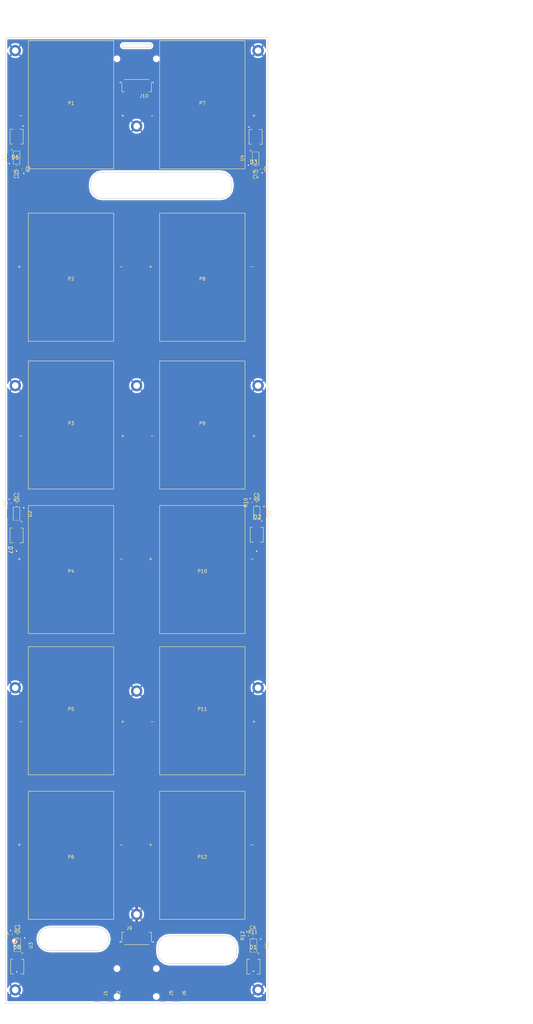
<source format=kicad_pcb>
(kicad_pcb (version 4) (host pcbnew 4.0.7-e2-6376~58~ubuntu16.04.1)

  (general
    (links 113)
    (no_connects 38)
    (area 119.924999 37.924999 200.075001 332.075001)
    (thickness 1.6)
    (drawings 97)
    (tracks 166)
    (zones 0)
    (modules 66)
    (nets 38)
  )

  (page A3 portrait)
  (title_block
    (title "Outer Panel")
    (date 2018-02-04)
    (company "SFU Satellite Design Team")
  )

  (layers
    (0 F.Cu signal)
    (31 B.Cu signal)
    (32 B.Adhes user)
    (33 F.Adhes user)
    (34 B.Paste user)
    (35 F.Paste user)
    (36 B.SilkS user)
    (37 F.SilkS user)
    (38 B.Mask user)
    (39 F.Mask user)
    (40 Dwgs.User user hide)
    (41 Cmts.User user)
    (42 Eco1.User user)
    (43 Eco2.User user)
    (44 Edge.Cuts user)
    (45 Margin user)
    (46 B.CrtYd user)
    (47 F.CrtYd user)
    (48 B.Fab user)
    (49 F.Fab user)
  )

  (setup
    (last_trace_width 0.25)
    (user_trace_width 0.5)
    (user_trace_width 0.8)
    (trace_clearance 0.2)
    (zone_clearance 0.508)
    (zone_45_only no)
    (trace_min 0.2)
    (segment_width 0.15)
    (edge_width 0.15)
    (via_size 0.6)
    (via_drill 0.4)
    (via_min_size 0.4)
    (via_min_drill 0.3)
    (uvia_size 0.3)
    (uvia_drill 0.1)
    (uvias_allowed no)
    (uvia_min_size 0.2)
    (uvia_min_drill 0.1)
    (pcb_text_width 0.3)
    (pcb_text_size 1.5 1.5)
    (mod_edge_width 0.15)
    (mod_text_size 1 1)
    (mod_text_width 0.15)
    (pad_size 3.5 3.5)
    (pad_drill 2)
    (pad_to_mask_clearance 0.05)
    (aux_axis_origin 0 0)
    (grid_origin 160 190)
    (visible_elements FFFFFF7F)
    (pcbplotparams
      (layerselection 0x00030_80000001)
      (usegerberextensions false)
      (excludeedgelayer true)
      (linewidth 0.100000)
      (plotframeref false)
      (viasonmask false)
      (mode 1)
      (useauxorigin false)
      (hpglpennumber 1)
      (hpglpenspeed 20)
      (hpglpendiameter 15)
      (hpglpenoverlay 2)
      (psnegative false)
      (psa4output false)
      (plotreference true)
      (plotvalue true)
      (plotinvisibletext false)
      (padsonsilk false)
      (subtractmaskfromsilk false)
      (outputformat 1)
      (mirror false)
      (drillshape 0)
      (scaleselection 1)
      (outputdirectory ""))
  )

  (net 0 "")
  (net 1 "Net-(P1-Pad2)")
  (net 2 "Net-(P3-Pad2)")
  (net 3 "Net-(J10-Pad5)")
  (net 4 "Net-(J10-Pad4)")
  (net 5 "Net-(J10-Pad3)")
  (net 6 "Net-(J10-Pad11)")
  (net 7 "Net-(J10-Pad12)")
  (net 8 "Net-(J10-Pad10)")
  (net 9 GND)
  (net 10 "Net-(P2-Pad2)")
  (net 11 "Net-(P4-Pad2)")
  (net 12 "Net-(P5-Pad2)")
  (net 13 "Net-(P7-Pad2)")
  (net 14 "Net-(P8-Pad2)")
  (net 15 "Net-(P10-Pad1)")
  (net 16 "Net-(P10-Pad2)")
  (net 17 "Net-(P11-Pad2)")
  (net 18 /Sun_Sensor_0/VCC)
  (net 19 /D2)
  (net 20 /D1)
  (net 21 /D3)
  (net 22 "Net-(C1-Pad2)")
  (net 23 "Net-(C2-Pad2)")
  (net 24 "Net-(C3-Pad2)")
  (net 25 "Net-(C4-Pad2)")
  (net 26 "Net-(C5-Pad2)")
  (net 27 "Net-(C6-Pad2)")
  (net 28 /PV1+)
  (net 29 /PV1-)
  (net 30 /PV2+)
  (net 31 /PV2-)
  (net 32 /D7)
  (net 33 /D6)
  (net 34 /3V3)
  (net 35 /D8)
  (net 36 /DB)
  (net 37 /DA)

  (net_class Default "This is the default net class."
    (clearance 0.2)
    (trace_width 0.25)
    (via_dia 0.6)
    (via_drill 0.4)
    (uvia_dia 0.3)
    (uvia_drill 0.1)
    (add_net /3V3)
    (add_net /D1)
    (add_net /D2)
    (add_net /D3)
    (add_net /D6)
    (add_net /D7)
    (add_net /D8)
    (add_net /DA)
    (add_net /DB)
    (add_net /Sun_Sensor_0/VCC)
    (add_net GND)
    (add_net "Net-(C1-Pad2)")
    (add_net "Net-(C2-Pad2)")
    (add_net "Net-(C3-Pad2)")
    (add_net "Net-(C4-Pad2)")
    (add_net "Net-(C5-Pad2)")
    (add_net "Net-(C6-Pad2)")
    (add_net "Net-(J10-Pad10)")
    (add_net "Net-(J10-Pad11)")
    (add_net "Net-(J10-Pad12)")
    (add_net "Net-(J10-Pad3)")
    (add_net "Net-(J10-Pad4)")
    (add_net "Net-(J10-Pad5)")
  )

  (net_class PV ""
    (clearance 0.4)
    (trace_width 2.2)
    (via_dia 0.6)
    (via_drill 0.4)
    (uvia_dia 0.3)
    (uvia_drill 0.1)
    (add_net /PV1+)
    (add_net /PV1-)
    (add_net /PV2+)
    (add_net /PV2-)
    (add_net "Net-(P1-Pad2)")
    (add_net "Net-(P10-Pad1)")
    (add_net "Net-(P10-Pad2)")
    (add_net "Net-(P11-Pad2)")
    (add_net "Net-(P2-Pad2)")
    (add_net "Net-(P3-Pad2)")
    (add_net "Net-(P4-Pad2)")
    (add_net "Net-(P5-Pad2)")
    (add_net "Net-(P7-Pad2)")
    (add_net "Net-(P8-Pad2)")
  )

  (module SFUSat:NPTH-1mm (layer F.Cu) (tedit 5AA48799) (tstamp 5AADEFFA)
    (at 154 321.5)
    (fp_text reference REF** (at 0 2) (layer F.SilkS) hide
      (effects (font (size 1 1) (thickness 0.15)))
    )
    (fp_text value NPTH-1mm (at 0 -2) (layer F.Fab) hide
      (effects (font (size 1 1) (thickness 0.15)))
    )
    (pad "" np_thru_hole circle (at 0 0) (size 1 1) (drill 1) (layers *.Cu *.Mask))
  )

  (module SFUSat:NPTH-1mm (layer F.Cu) (tedit 5AA48799) (tstamp 5AADEFF6)
    (at 166 321.5)
    (fp_text reference REF** (at 0 2) (layer F.SilkS) hide
      (effects (font (size 1 1) (thickness 0.15)))
    )
    (fp_text value NPTH-1mm (at 0 -2) (layer F.Fab) hide
      (effects (font (size 1 1) (thickness 0.15)))
    )
    (pad "" np_thru_hole circle (at 0 0) (size 1 1) (drill 1) (layers *.Cu *.Mask))
  )

  (module SFUSat:NPTH-1mm (layer F.Cu) (tedit 5AA48799) (tstamp 5AAAE879)
    (at 166 44.5)
    (fp_text reference REF** (at 0 2) (layer F.SilkS) hide
      (effects (font (size 1 1) (thickness 0.15)))
    )
    (fp_text value NPTH-1mm (at 0 -2) (layer F.Fab) hide
      (effects (font (size 1 1) (thickness 0.15)))
    )
    (pad "" np_thru_hole circle (at 0 0) (size 1 1) (drill 1) (layers *.Cu *.Mask))
  )

  (module SFUSat:SFH2430 (layer F.Cu) (tedit 5AA39A11) (tstamp 5A72BFBF)
    (at 196.25 68.25 270)
    (path /5A7745D9/5A76FB31)
    (fp_text reference D4 (at 1.5 3.25 270) (layer F.SilkS) hide
      (effects (font (size 1 1) (thickness 0.15)))
    )
    (fp_text value D_Photo (at 0 -3 270) (layer F.Fab)
      (effects (font (size 1 1) (thickness 0.15)))
    )
    (fp_line (start 0.75 -1.25) (end -1.75 -1.25) (layer F.CrtYd) (width 0.15))
    (fp_line (start 0.75 1.25) (end 0.75 -1.25) (layer F.CrtYd) (width 0.15))
    (fp_line (start -1.75 1.25) (end 0.75 1.25) (layer F.CrtYd) (width 0.15))
    (fp_line (start -1.75 -1.25) (end -1.75 1.25) (layer F.CrtYd) (width 0.15))
    (fp_line (start 2.25 1.25) (end 2.25 2) (layer F.SilkS) (width 0.15))
    (fp_line (start 2.25 -2) (end 2.25 -1.25) (layer F.SilkS) (width 0.15))
    (fp_line (start -2.25 -1) (end -2.25 -2) (layer F.SilkS) (width 0.15))
    (fp_line (start -2.25 2) (end -2.25 1) (layer F.SilkS) (width 0.15))
    (fp_line (start -2.25 -2) (end 2.25 -2) (layer F.SilkS) (width 0.15))
    (fp_line (start -2.25 2) (end 2.25 2) (layer F.SilkS) (width 0.15))
    (pad 2 smd rect (at -3.05 0 270) (size 1.4 1.2) (layers F.Cu F.Paste F.Mask)
      (net 9 GND))
    (pad 1 smd rect (at 3.05 0 270) (size 1.4 2) (layers F.Cu F.Paste F.Mask)
      (net 25 "Net-(C4-Pad2)"))
    (model /home/tobi/Cubesat/cubesat-panel/KiCad-Lib/SFUSat.pretty/SFH_2430.wrl
      (at (xyz 0 0 0))
      (scale (xyz 1 1 1))
      (rotate (xyz 0 0 0))
    )
  )

  (module SFUSat:JSLINTER-39x26 (layer F.Cu) (tedit 5A72C44F) (tstamp 5A75FAC8)
    (at 180 156 180)
    (path /5A763CC8)
    (fp_text reference P9 (at 0 0.5 180) (layer F.SilkS)
      (effects (font (size 1 1) (thickness 0.15)))
    )
    (fp_text value JSLINTER (at 0 -0.5 180) (layer F.Fab)
      (effects (font (size 1 1) (thickness 0.15)))
    )
    (fp_text user - (at 15.25 -3.25 180) (layer F.SilkS)
      (effects (font (size 1 1) (thickness 0.15)))
    )
    (fp_text user + (at -15.75 -3.25 180) (layer F.SilkS)
      (effects (font (size 1 1) (thickness 0.15)))
    )
    (fp_line (start 13 -19.5) (end 13 19.5) (layer F.SilkS) (width 0.15))
    (fp_line (start -13 -19.5) (end 13 -19.5) (layer F.SilkS) (width 0.15))
    (fp_line (start -13 19.5) (end 13 19.5) (layer F.SilkS) (width 0.15))
    (fp_line (start -13 -19.5) (end -13 19.5) (layer F.SilkS) (width 0.15))
    (pad 2 smd rect (at 15 0 180) (size 5 3) (layers F.Cu F.Mask)
      (net 15 "Net-(P10-Pad1)"))
    (pad 1 smd rect (at -15 0 180) (size 5 3) (layers F.Cu F.Mask)
      (net 14 "Net-(P8-Pad2)"))
    (model /home/tobi/Cubesat/cubesat-panel/KiCad-Lib/SFUSat.pretty/JSLINTER-39x26.wrl
      (at (xyz 0 0 0))
      (scale (xyz 1 1 1))
      (rotate (xyz 0 0 0))
    )
  )

  (module SFUSat:SFH2430 (layer F.Cu) (tedit 5AA39A00) (tstamp 5A72BFAF)
    (at 123.6 320.9 90)
    (path /5A772F45/5A76FB31)
    (fp_text reference D3 (at 1.5 3.25 90) (layer F.SilkS) hide
      (effects (font (size 1 1) (thickness 0.15)))
    )
    (fp_text value D_Photo (at 0 -3 90) (layer F.Fab)
      (effects (font (size 1 1) (thickness 0.15)))
    )
    (fp_line (start 0.75 -1.25) (end -1.75 -1.25) (layer F.CrtYd) (width 0.15))
    (fp_line (start 0.75 1.25) (end 0.75 -1.25) (layer F.CrtYd) (width 0.15))
    (fp_line (start -1.75 1.25) (end 0.75 1.25) (layer F.CrtYd) (width 0.15))
    (fp_line (start -1.75 -1.25) (end -1.75 1.25) (layer F.CrtYd) (width 0.15))
    (fp_line (start 2.25 1.25) (end 2.25 2) (layer F.SilkS) (width 0.15))
    (fp_line (start 2.25 -2) (end 2.25 -1.25) (layer F.SilkS) (width 0.15))
    (fp_line (start -2.25 -1) (end -2.25 -2) (layer F.SilkS) (width 0.15))
    (fp_line (start -2.25 2) (end -2.25 1) (layer F.SilkS) (width 0.15))
    (fp_line (start -2.25 -2) (end 2.25 -2) (layer F.SilkS) (width 0.15))
    (fp_line (start -2.25 2) (end 2.25 2) (layer F.SilkS) (width 0.15))
    (pad 2 smd rect (at -3.05 0 90) (size 1.4 1.2) (layers F.Cu F.Paste F.Mask)
      (net 9 GND))
    (pad 1 smd rect (at 3.05 0 90) (size 1.4 2) (layers F.Cu F.Paste F.Mask)
      (net 24 "Net-(C3-Pad2)"))
    (model /home/tobi/Cubesat/cubesat-panel/KiCad-Lib/SFUSat.pretty/SFH_2430.wrl
      (at (xyz 0 0 0))
      (scale (xyz 1 1 1))
      (rotate (xyz 0 0 0))
    )
  )

  (module SFUSat:PTH-2.0mm (layer F.Cu) (tedit 5A83AAA5) (tstamp 5A83BF85)
    (at 197 328)
    (path /5A83C7DE)
    (fp_text reference J22 (at 0 2.1) (layer F.SilkS) hide
      (effects (font (size 1 1) (thickness 0.15)))
    )
    (fp_text value PC104PTH (at 0 -2.2) (layer F.Fab) hide
      (effects (font (size 1 1) (thickness 0.15)))
    )
    (pad 1 thru_hole circle (at 0 0) (size 3.5 3.5) (drill 2) (layers *.Cu *.Mask)
      (net 9 GND))
  )

  (module SFUSat:PTH-2.0mm (layer F.Cu) (tedit 5A83AAA5) (tstamp 5A83BF80)
    (at 197 236)
    (path /5A83C7D8)
    (fp_text reference J21 (at 0 2.1) (layer F.SilkS) hide
      (effects (font (size 1 1) (thickness 0.15)))
    )
    (fp_text value PC104PTH (at 0 -2.2) (layer F.Fab) hide
      (effects (font (size 1 1) (thickness 0.15)))
    )
    (pad 1 thru_hole circle (at 0 0) (size 3.5 3.5) (drill 2) (layers *.Cu *.Mask)
      (net 9 GND))
  )

  (module SFUSat:PTH-2.0mm (layer F.Cu) (tedit 5A83AAA5) (tstamp 5A83BF7B)
    (at 197 144)
    (path /5A83C7D2)
    (fp_text reference J20 (at 0 2.1) (layer F.SilkS) hide
      (effects (font (size 1 1) (thickness 0.15)))
    )
    (fp_text value PC104PTH (at 0 -2.2) (layer F.Fab) hide
      (effects (font (size 1 1) (thickness 0.15)))
    )
    (pad 1 thru_hole circle (at 0 0) (size 3.5 3.5) (drill 2) (layers *.Cu *.Mask)
      (net 9 GND))
  )

  (module SFUSat:PTH-2.0mm (layer F.Cu) (tedit 5A83AAA5) (tstamp 5A83BF76)
    (at 197 42)
    (path /5A83C7CC)
    (fp_text reference J19 (at 0 2.1) (layer F.SilkS) hide
      (effects (font (size 1 1) (thickness 0.15)))
    )
    (fp_text value PC104PTH (at 0 -2.2) (layer F.Fab) hide
      (effects (font (size 1 1) (thickness 0.15)))
    )
    (pad 1 thru_hole circle (at 0 0) (size 3.5 3.5) (drill 2) (layers *.Cu *.Mask)
      (net 9 GND))
  )

  (module SFUSat:PTH-2.0mm (layer F.Cu) (tedit 5A83AAA5) (tstamp 5A83BF71)
    (at 160 305)
    (path /5A83C618)
    (fp_text reference J18 (at 0 2.1) (layer F.SilkS) hide
      (effects (font (size 1 1) (thickness 0.15)))
    )
    (fp_text value PC104PTH (at 0 -2.2) (layer F.Fab) hide
      (effects (font (size 1 1) (thickness 0.15)))
    )
    (pad 1 thru_hole circle (at 0 0) (size 3.5 3.5) (drill 2) (layers *.Cu *.Mask)
      (net 9 GND))
  )

  (module SFUSat:PTH-2.0mm (layer F.Cu) (tedit 5A83AAA5) (tstamp 5A83BF6C)
    (at 160 237)
    (path /5A83C612)
    (fp_text reference J17 (at 0 2.1) (layer F.SilkS) hide
      (effects (font (size 1 1) (thickness 0.15)))
    )
    (fp_text value PC104PTH (at 0 -2.2) (layer F.Fab) hide
      (effects (font (size 1 1) (thickness 0.15)))
    )
    (pad 1 thru_hole circle (at 0 0) (size 3.5 3.5) (drill 2) (layers *.Cu *.Mask)
      (net 9 GND))
  )

  (module SFUSat:PTH-2.0mm (layer F.Cu) (tedit 5A83AAA5) (tstamp 5A83BF67)
    (at 160 144)
    (path /5A83C60C)
    (fp_text reference J16 (at 0 2.1) (layer F.SilkS) hide
      (effects (font (size 1 1) (thickness 0.15)))
    )
    (fp_text value PC104PTH (at 0 -2.2) (layer F.Fab) hide
      (effects (font (size 1 1) (thickness 0.15)))
    )
    (pad 1 thru_hole circle (at 0 0) (size 3.5 3.5) (drill 2) (layers *.Cu *.Mask)
      (net 9 GND))
  )

  (module SFUSat:PTH-2.0mm (layer F.Cu) (tedit 5A83AAA5) (tstamp 5A83BF62)
    (at 160 65)
    (path /5A83C606)
    (fp_text reference J15 (at 0 2.1) (layer F.SilkS) hide
      (effects (font (size 1 1) (thickness 0.15)))
    )
    (fp_text value PC104PTH (at 0 -2.2) (layer F.Fab) hide
      (effects (font (size 1 1) (thickness 0.15)))
    )
    (pad 1 thru_hole circle (at 0 0) (size 3.5 3.5) (drill 2) (layers *.Cu *.Mask)
      (net 9 GND))
  )

  (module SFUSat:PTH-2.0mm (layer F.Cu) (tedit 5A83AAA5) (tstamp 5A83BF5D)
    (at 123 328)
    (path /5A83C0C8)
    (fp_text reference J14 (at 0 2.1) (layer F.SilkS) hide
      (effects (font (size 1 1) (thickness 0.15)))
    )
    (fp_text value PC104PTH (at 0 -2.2) (layer F.Fab) hide
      (effects (font (size 1 1) (thickness 0.15)))
    )
    (pad 1 thru_hole circle (at 0 0) (size 3.5 3.5) (drill 2) (layers *.Cu *.Mask)
      (net 9 GND))
  )

  (module SFUSat:PTH-2.0mm (layer F.Cu) (tedit 5A83AAA5) (tstamp 5A83BF58)
    (at 123 236)
    (path /5A83B9DE)
    (fp_text reference J13 (at 0 2.1) (layer F.SilkS) hide
      (effects (font (size 1 1) (thickness 0.15)))
    )
    (fp_text value PC104PTH (at 0 -2.2) (layer F.Fab) hide
      (effects (font (size 1 1) (thickness 0.15)))
    )
    (pad 1 thru_hole circle (at 0 0) (size 3.5 3.5) (drill 2) (layers *.Cu *.Mask)
      (net 9 GND))
  )

  (module SFUSat:PTH-2.0mm (layer F.Cu) (tedit 5A83AAA5) (tstamp 5A83BF53)
    (at 123 144)
    (path /5A83B44B)
    (fp_text reference J12 (at 0 2.1) (layer F.SilkS) hide
      (effects (font (size 1 1) (thickness 0.15)))
    )
    (fp_text value PC104PTH (at 0 -2.2) (layer F.Fab) hide
      (effects (font (size 1 1) (thickness 0.15)))
    )
    (pad 1 thru_hole circle (at 0 0) (size 3.5 3.5) (drill 2) (layers *.Cu *.Mask)
      (net 9 GND))
  )

  (module SFUSat:PTH-2.0mm (layer F.Cu) (tedit 5A83AAA5) (tstamp 5A83BF4E)
    (at 123 42)
    (path /5A83AD24)
    (fp_text reference J11 (at 0 2.1) (layer F.SilkS) hide
      (effects (font (size 1 1) (thickness 0.15)))
    )
    (fp_text value PC104PTH (at 0 -2.2) (layer F.Fab) hide
      (effects (font (size 1 1) (thickness 0.15)))
    )
    (pad 1 thru_hole circle (at 0 0) (size 3.5 3.5) (drill 2) (layers *.Cu *.Mask)
      (net 9 GND))
  )

  (module SFUSat:VSSOP_8 (layer F.Cu) (tedit 592AB465) (tstamp 5A76EBD4)
    (at 195.6 314.5 90)
    (path /5A77A1BB/5A76FB38)
    (fp_text reference U6 (at -0.1 4.1 90) (layer F.SilkS)
      (effects (font (size 1 1) (thickness 0.15)))
    )
    (fp_text value OPA380 (at -0.1 -4.2 90) (layer F.Fab)
      (effects (font (size 1 1) (thickness 0.15)))
    )
    (fp_circle (center -2.4 1.5) (end -2.2 1.6) (layer F.SilkS) (width 0.1))
    (fp_line (start 2 -1) (end 2 1) (layer F.SilkS) (width 0.1))
    (fp_line (start -2 1) (end 2 1) (layer F.SilkS) (width 0.1))
    (fp_line (start -2 -1) (end 2 -1) (layer F.SilkS) (width 0.1))
    (fp_line (start 2 -1) (end -2 -1) (layer F.SilkS) (width 0.1))
    (fp_line (start -2 -1) (end 2 -1) (layer F.SilkS) (width 0.1))
    (fp_line (start 2 -1) (end 2 1) (layer F.SilkS) (width 0.1))
    (fp_line (start 2 1) (end -2 1) (layer F.SilkS) (width 0.1))
    (fp_line (start -2 1) (end -2 -1) (layer F.SilkS) (width 0.1))
    (pad 2 smd rect (at -0.325 2.2 90) (size 0.45 1.45) (layers F.Cu F.Paste F.Mask)
      (net 27 "Net-(C6-Pad2)") (solder_paste_margin_ratio -0.1))
    (pad 1 smd rect (at -0.975 2.2 90) (size 0.45 1.45) (layers F.Cu F.Paste F.Mask)
      (solder_paste_margin_ratio -0.1))
    (pad 3 smd rect (at 0.325 2.2 90) (size 0.45 1.45) (layers F.Cu F.Paste F.Mask)
      (net 9 GND) (solder_paste_margin_ratio -0.1))
    (pad 4 smd rect (at 0.975 2.2 90) (size 0.45 1.45) (layers F.Cu F.Paste F.Mask)
      (net 9 GND) (solder_paste_margin_ratio -0.1))
    (pad 8 smd rect (at -0.975 -2.2 90) (size 0.45 1.45) (layers F.Cu F.Paste F.Mask)
      (solder_paste_margin_ratio -0.1))
    (pad 7 smd rect (at -0.325 -2.2 90) (size 0.45 1.45) (layers F.Cu F.Paste F.Mask)
      (net 18 /Sun_Sensor_0/VCC) (solder_paste_margin_ratio -0.1))
    (pad 6 smd rect (at 0.325 -2.2 90) (size 0.45 1.45) (layers F.Cu F.Paste F.Mask)
      (net 20 /D1) (solder_paste_margin_ratio -0.1))
    (pad 5 smd rect (at 0.975 -2.2 90) (size 0.45 1.45) (layers F.Cu F.Paste F.Mask)
      (solder_paste_margin_ratio -0.1))
  )

  (module SFUSat:VSSOP_8 (layer F.Cu) (tedit 592AB465) (tstamp 5A76EBAA)
    (at 196.25 74.85 270)
    (path /5A7745D9/5A76FB38)
    (fp_text reference U4 (at -0.1 4.1 270) (layer F.SilkS)
      (effects (font (size 1 1) (thickness 0.15)))
    )
    (fp_text value OPA380 (at -0.1 -4.2 270) (layer F.Fab)
      (effects (font (size 1 1) (thickness 0.15)))
    )
    (fp_circle (center -2.4 1.5) (end -2.2 1.6) (layer F.SilkS) (width 0.1))
    (fp_line (start 2 -1) (end 2 1) (layer F.SilkS) (width 0.1))
    (fp_line (start -2 1) (end 2 1) (layer F.SilkS) (width 0.1))
    (fp_line (start -2 -1) (end 2 -1) (layer F.SilkS) (width 0.1))
    (fp_line (start 2 -1) (end -2 -1) (layer F.SilkS) (width 0.1))
    (fp_line (start -2 -1) (end 2 -1) (layer F.SilkS) (width 0.1))
    (fp_line (start 2 -1) (end 2 1) (layer F.SilkS) (width 0.1))
    (fp_line (start 2 1) (end -2 1) (layer F.SilkS) (width 0.1))
    (fp_line (start -2 1) (end -2 -1) (layer F.SilkS) (width 0.1))
    (pad 2 smd rect (at -0.325 2.2 270) (size 0.45 1.45) (layers F.Cu F.Paste F.Mask)
      (net 25 "Net-(C4-Pad2)") (solder_paste_margin_ratio -0.1))
    (pad 1 smd rect (at -0.975 2.2 270) (size 0.45 1.45) (layers F.Cu F.Paste F.Mask)
      (solder_paste_margin_ratio -0.1))
    (pad 3 smd rect (at 0.325 2.2 270) (size 0.45 1.45) (layers F.Cu F.Paste F.Mask)
      (net 9 GND) (solder_paste_margin_ratio -0.1))
    (pad 4 smd rect (at 0.975 2.2 270) (size 0.45 1.45) (layers F.Cu F.Paste F.Mask)
      (net 9 GND) (solder_paste_margin_ratio -0.1))
    (pad 8 smd rect (at -0.975 -2.2 270) (size 0.45 1.45) (layers F.Cu F.Paste F.Mask)
      (solder_paste_margin_ratio -0.1))
    (pad 7 smd rect (at -0.325 -2.2 270) (size 0.45 1.45) (layers F.Cu F.Paste F.Mask)
      (net 18 /Sun_Sensor_0/VCC) (solder_paste_margin_ratio -0.1))
    (pad 6 smd rect (at 0.325 -2.2 270) (size 0.45 1.45) (layers F.Cu F.Paste F.Mask)
      (net 21 /D3) (solder_paste_margin_ratio -0.1))
    (pad 5 smd rect (at 0.975 -2.2 270) (size 0.45 1.45) (layers F.Cu F.Paste F.Mask)
      (solder_paste_margin_ratio -0.1))
  )

  (module SFUSat:VSSOP_8 (layer F.Cu) (tedit 592AB465) (tstamp 5A76EB80)
    (at 123.4 183 90)
    (path /5A772A15/5A76FB38)
    (fp_text reference U2 (at -0.1 4.1 90) (layer F.SilkS)
      (effects (font (size 1 1) (thickness 0.15)))
    )
    (fp_text value OPA380 (at -0.1 -4.2 90) (layer F.Fab)
      (effects (font (size 1 1) (thickness 0.15)))
    )
    (fp_circle (center -2.4 1.5) (end -2.2 1.6) (layer F.SilkS) (width 0.1))
    (fp_line (start 2 -1) (end 2 1) (layer F.SilkS) (width 0.1))
    (fp_line (start -2 1) (end 2 1) (layer F.SilkS) (width 0.1))
    (fp_line (start -2 -1) (end 2 -1) (layer F.SilkS) (width 0.1))
    (fp_line (start 2 -1) (end -2 -1) (layer F.SilkS) (width 0.1))
    (fp_line (start -2 -1) (end 2 -1) (layer F.SilkS) (width 0.1))
    (fp_line (start 2 -1) (end 2 1) (layer F.SilkS) (width 0.1))
    (fp_line (start 2 1) (end -2 1) (layer F.SilkS) (width 0.1))
    (fp_line (start -2 1) (end -2 -1) (layer F.SilkS) (width 0.1))
    (pad 2 smd rect (at -0.325 2.2 90) (size 0.45 1.45) (layers F.Cu F.Paste F.Mask)
      (net 23 "Net-(C2-Pad2)") (solder_paste_margin_ratio -0.1))
    (pad 1 smd rect (at -0.975 2.2 90) (size 0.45 1.45) (layers F.Cu F.Paste F.Mask)
      (solder_paste_margin_ratio -0.1))
    (pad 3 smd rect (at 0.325 2.2 90) (size 0.45 1.45) (layers F.Cu F.Paste F.Mask)
      (net 9 GND) (solder_paste_margin_ratio -0.1))
    (pad 4 smd rect (at 0.975 2.2 90) (size 0.45 1.45) (layers F.Cu F.Paste F.Mask)
      (net 9 GND) (solder_paste_margin_ratio -0.1))
    (pad 8 smd rect (at -0.975 -2.2 90) (size 0.45 1.45) (layers F.Cu F.Paste F.Mask)
      (solder_paste_margin_ratio -0.1))
    (pad 7 smd rect (at -0.325 -2.2 90) (size 0.45 1.45) (layers F.Cu F.Paste F.Mask)
      (net 18 /Sun_Sensor_0/VCC) (solder_paste_margin_ratio -0.1))
    (pad 6 smd rect (at 0.325 -2.2 90) (size 0.45 1.45) (layers F.Cu F.Paste F.Mask)
      (net 32 /D7) (solder_paste_margin_ratio -0.1))
    (pad 5 smd rect (at 0.975 -2.2 90) (size 0.45 1.45) (layers F.Cu F.Paste F.Mask)
      (solder_paste_margin_ratio -0.1))
  )

  (module SFUSat:VSSOP_8 (layer F.Cu) (tedit 592AB465) (tstamp 5A76EB6B)
    (at 123.4 74.6 270)
    (path /5A76F256/5A76FB38)
    (fp_text reference U1 (at -0.1 4.1 270) (layer F.SilkS)
      (effects (font (size 1 1) (thickness 0.15)))
    )
    (fp_text value OPA380 (at -0.1 -4.2 270) (layer F.Fab)
      (effects (font (size 1 1) (thickness 0.15)))
    )
    (fp_circle (center -2.4 1.5) (end -2.2 1.6) (layer F.SilkS) (width 0.1))
    (fp_line (start 2 -1) (end 2 1) (layer F.SilkS) (width 0.1))
    (fp_line (start -2 1) (end 2 1) (layer F.SilkS) (width 0.1))
    (fp_line (start -2 -1) (end 2 -1) (layer F.SilkS) (width 0.1))
    (fp_line (start 2 -1) (end -2 -1) (layer F.SilkS) (width 0.1))
    (fp_line (start -2 -1) (end 2 -1) (layer F.SilkS) (width 0.1))
    (fp_line (start 2 -1) (end 2 1) (layer F.SilkS) (width 0.1))
    (fp_line (start 2 1) (end -2 1) (layer F.SilkS) (width 0.1))
    (fp_line (start -2 1) (end -2 -1) (layer F.SilkS) (width 0.1))
    (pad 2 smd rect (at -0.325 2.2 270) (size 0.45 1.45) (layers F.Cu F.Paste F.Mask)
      (net 22 "Net-(C1-Pad2)") (solder_paste_margin_ratio -0.1))
    (pad 1 smd rect (at -0.975 2.2 270) (size 0.45 1.45) (layers F.Cu F.Paste F.Mask)
      (solder_paste_margin_ratio -0.1))
    (pad 3 smd rect (at 0.325 2.2 270) (size 0.45 1.45) (layers F.Cu F.Paste F.Mask)
      (net 9 GND) (solder_paste_margin_ratio -0.1))
    (pad 4 smd rect (at 0.975 2.2 270) (size 0.45 1.45) (layers F.Cu F.Paste F.Mask)
      (net 9 GND) (solder_paste_margin_ratio -0.1))
    (pad 8 smd rect (at -0.975 -2.2 270) (size 0.45 1.45) (layers F.Cu F.Paste F.Mask)
      (solder_paste_margin_ratio -0.1))
    (pad 7 smd rect (at -0.325 -2.2 270) (size 0.45 1.45) (layers F.Cu F.Paste F.Mask)
      (net 18 /Sun_Sensor_0/VCC) (solder_paste_margin_ratio -0.1))
    (pad 6 smd rect (at 0.325 -2.2 270) (size 0.45 1.45) (layers F.Cu F.Paste F.Mask)
      (net 33 /D6) (solder_paste_margin_ratio -0.1))
    (pad 5 smd rect (at 0.975 -2.2 270) (size 0.45 1.45) (layers F.Cu F.Paste F.Mask)
      (solder_paste_margin_ratio -0.1))
  )

  (module Resistors_SMD:R_0402 (layer F.Cu) (tedit 58E0A804) (tstamp 5A76EB56)
    (at 193.6 311.5 90)
    (descr "Resistor SMD 0402, reflow soldering, Vishay (see dcrcw.pdf)")
    (tags "resistor 0402")
    (path /5A77A1BB/5A76FDEE)
    (attr smd)
    (fp_text reference R12 (at 0 -1.35 90) (layer F.SilkS)
      (effects (font (size 1 1) (thickness 0.15)))
    )
    (fp_text value DNP (at 0 1.45 90) (layer F.Fab)
      (effects (font (size 1 1) (thickness 0.15)))
    )
    (fp_text user %R (at 0 -1.35 90) (layer F.Fab)
      (effects (font (size 1 1) (thickness 0.15)))
    )
    (fp_line (start -0.5 0.25) (end -0.5 -0.25) (layer F.Fab) (width 0.1))
    (fp_line (start 0.5 0.25) (end -0.5 0.25) (layer F.Fab) (width 0.1))
    (fp_line (start 0.5 -0.25) (end 0.5 0.25) (layer F.Fab) (width 0.1))
    (fp_line (start -0.5 -0.25) (end 0.5 -0.25) (layer F.Fab) (width 0.1))
    (fp_line (start 0.25 -0.53) (end -0.25 -0.53) (layer F.SilkS) (width 0.12))
    (fp_line (start -0.25 0.53) (end 0.25 0.53) (layer F.SilkS) (width 0.12))
    (fp_line (start -0.8 -0.45) (end 0.8 -0.45) (layer F.CrtYd) (width 0.05))
    (fp_line (start -0.8 -0.45) (end -0.8 0.45) (layer F.CrtYd) (width 0.05))
    (fp_line (start 0.8 0.45) (end 0.8 -0.45) (layer F.CrtYd) (width 0.05))
    (fp_line (start 0.8 0.45) (end -0.8 0.45) (layer F.CrtYd) (width 0.05))
    (pad 1 smd rect (at -0.45 0 90) (size 0.4 0.6) (layers F.Cu F.Paste F.Mask)
      (net 20 /D1))
    (pad 2 smd rect (at 0.45 0 90) (size 0.4 0.6) (layers F.Cu F.Paste F.Mask)
      (net 9 GND))
    (model ${KISYS3DMOD}/Resistors_SMD.3dshapes/R_0402.wrl
      (at (xyz 0 0 0))
      (scale (xyz 1 1 1))
      (rotate (xyz 0 0 0))
    )
  )

  (module Resistors_SMD:R_0402 (layer F.Cu) (tedit 58E0A804) (tstamp 5A76EB50)
    (at 195.4 311.7)
    (descr "Resistor SMD 0402, reflow soldering, Vishay (see dcrcw.pdf)")
    (tags "resistor 0402")
    (path /5A77A1BB/5A76FD19)
    (attr smd)
    (fp_text reference R11 (at 0 -1.35) (layer F.SilkS)
      (effects (font (size 1 1) (thickness 0.15)))
    )
    (fp_text value 2K2 (at 0 1.45) (layer F.Fab)
      (effects (font (size 1 1) (thickness 0.15)))
    )
    (fp_text user %R (at 0 -1.35) (layer F.Fab)
      (effects (font (size 1 1) (thickness 0.15)))
    )
    (fp_line (start -0.5 0.25) (end -0.5 -0.25) (layer F.Fab) (width 0.1))
    (fp_line (start 0.5 0.25) (end -0.5 0.25) (layer F.Fab) (width 0.1))
    (fp_line (start 0.5 -0.25) (end 0.5 0.25) (layer F.Fab) (width 0.1))
    (fp_line (start -0.5 -0.25) (end 0.5 -0.25) (layer F.Fab) (width 0.1))
    (fp_line (start 0.25 -0.53) (end -0.25 -0.53) (layer F.SilkS) (width 0.12))
    (fp_line (start -0.25 0.53) (end 0.25 0.53) (layer F.SilkS) (width 0.12))
    (fp_line (start -0.8 -0.45) (end 0.8 -0.45) (layer F.CrtYd) (width 0.05))
    (fp_line (start -0.8 -0.45) (end -0.8 0.45) (layer F.CrtYd) (width 0.05))
    (fp_line (start 0.8 0.45) (end 0.8 -0.45) (layer F.CrtYd) (width 0.05))
    (fp_line (start 0.8 0.45) (end -0.8 0.45) (layer F.CrtYd) (width 0.05))
    (pad 1 smd rect (at -0.45 0) (size 0.4 0.6) (layers F.Cu F.Paste F.Mask)
      (net 20 /D1))
    (pad 2 smd rect (at 0.45 0) (size 0.4 0.6) (layers F.Cu F.Paste F.Mask)
      (net 27 "Net-(C6-Pad2)"))
    (model ${KISYS3DMOD}/Resistors_SMD.3dshapes/R_0402.wrl
      (at (xyz 0 0 0))
      (scale (xyz 1 1 1))
      (rotate (xyz 0 0 0))
    )
  )

  (module Resistors_SMD:R_0402 (layer F.Cu) (tedit 58E0A804) (tstamp 5A76EB4A)
    (at 194.6 179.6 90)
    (descr "Resistor SMD 0402, reflow soldering, Vishay (see dcrcw.pdf)")
    (tags "resistor 0402")
    (path /5A774F8F/5A76FDEE)
    (attr smd)
    (fp_text reference R10 (at 0 -1.35 90) (layer F.SilkS)
      (effects (font (size 1 1) (thickness 0.15)))
    )
    (fp_text value DNP (at 0 1.45 90) (layer F.Fab)
      (effects (font (size 1 1) (thickness 0.15)))
    )
    (fp_text user %R (at 0 -1.35 90) (layer F.Fab)
      (effects (font (size 1 1) (thickness 0.15)))
    )
    (fp_line (start -0.5 0.25) (end -0.5 -0.25) (layer F.Fab) (width 0.1))
    (fp_line (start 0.5 0.25) (end -0.5 0.25) (layer F.Fab) (width 0.1))
    (fp_line (start 0.5 -0.25) (end 0.5 0.25) (layer F.Fab) (width 0.1))
    (fp_line (start -0.5 -0.25) (end 0.5 -0.25) (layer F.Fab) (width 0.1))
    (fp_line (start 0.25 -0.53) (end -0.25 -0.53) (layer F.SilkS) (width 0.12))
    (fp_line (start -0.25 0.53) (end 0.25 0.53) (layer F.SilkS) (width 0.12))
    (fp_line (start -0.8 -0.45) (end 0.8 -0.45) (layer F.CrtYd) (width 0.05))
    (fp_line (start -0.8 -0.45) (end -0.8 0.45) (layer F.CrtYd) (width 0.05))
    (fp_line (start 0.8 0.45) (end 0.8 -0.45) (layer F.CrtYd) (width 0.05))
    (fp_line (start 0.8 0.45) (end -0.8 0.45) (layer F.CrtYd) (width 0.05))
    (pad 1 smd rect (at -0.45 0 90) (size 0.4 0.6) (layers F.Cu F.Paste F.Mask)
      (net 19 /D2))
    (pad 2 smd rect (at 0.45 0 90) (size 0.4 0.6) (layers F.Cu F.Paste F.Mask)
      (net 9 GND))
    (model ${KISYS3DMOD}/Resistors_SMD.3dshapes/R_0402.wrl
      (at (xyz 0 0 0))
      (scale (xyz 1 1 1))
      (rotate (xyz 0 0 0))
    )
  )

  (module Resistors_SMD:R_0402 (layer F.Cu) (tedit 58E0A804) (tstamp 5A76EB44)
    (at 196.6 180)
    (descr "Resistor SMD 0402, reflow soldering, Vishay (see dcrcw.pdf)")
    (tags "resistor 0402")
    (path /5A774F8F/5A76FD19)
    (attr smd)
    (fp_text reference R9 (at 0 -1.35) (layer F.SilkS)
      (effects (font (size 1 1) (thickness 0.15)))
    )
    (fp_text value 2K2 (at 0 1.45) (layer F.Fab)
      (effects (font (size 1 1) (thickness 0.15)))
    )
    (fp_text user %R (at 0 -1.35) (layer F.Fab)
      (effects (font (size 1 1) (thickness 0.15)))
    )
    (fp_line (start -0.5 0.25) (end -0.5 -0.25) (layer F.Fab) (width 0.1))
    (fp_line (start 0.5 0.25) (end -0.5 0.25) (layer F.Fab) (width 0.1))
    (fp_line (start 0.5 -0.25) (end 0.5 0.25) (layer F.Fab) (width 0.1))
    (fp_line (start -0.5 -0.25) (end 0.5 -0.25) (layer F.Fab) (width 0.1))
    (fp_line (start 0.25 -0.53) (end -0.25 -0.53) (layer F.SilkS) (width 0.12))
    (fp_line (start -0.25 0.53) (end 0.25 0.53) (layer F.SilkS) (width 0.12))
    (fp_line (start -0.8 -0.45) (end 0.8 -0.45) (layer F.CrtYd) (width 0.05))
    (fp_line (start -0.8 -0.45) (end -0.8 0.45) (layer F.CrtYd) (width 0.05))
    (fp_line (start 0.8 0.45) (end 0.8 -0.45) (layer F.CrtYd) (width 0.05))
    (fp_line (start 0.8 0.45) (end -0.8 0.45) (layer F.CrtYd) (width 0.05))
    (pad 1 smd rect (at -0.45 0) (size 0.4 0.6) (layers F.Cu F.Paste F.Mask)
      (net 19 /D2))
    (pad 2 smd rect (at 0.45 0) (size 0.4 0.6) (layers F.Cu F.Paste F.Mask)
      (net 26 "Net-(C5-Pad2)"))
    (model ${KISYS3DMOD}/Resistors_SMD.3dshapes/R_0402.wrl
      (at (xyz 0 0 0))
      (scale (xyz 1 1 1))
      (rotate (xyz 0 0 0))
    )
  )

  (module Resistors_SMD:R_0402 (layer F.Cu) (tedit 58E0A804) (tstamp 5A76EB3E)
    (at 198.25 78.05 270)
    (descr "Resistor SMD 0402, reflow soldering, Vishay (see dcrcw.pdf)")
    (tags "resistor 0402")
    (path /5A7745D9/5A76FDEE)
    (attr smd)
    (fp_text reference R8 (at 0 -1.35 270) (layer F.SilkS)
      (effects (font (size 1 1) (thickness 0.15)))
    )
    (fp_text value DNP (at 0 1.45 270) (layer F.Fab)
      (effects (font (size 1 1) (thickness 0.15)))
    )
    (fp_text user %R (at 0 -1.35 270) (layer F.Fab)
      (effects (font (size 1 1) (thickness 0.15)))
    )
    (fp_line (start -0.5 0.25) (end -0.5 -0.25) (layer F.Fab) (width 0.1))
    (fp_line (start 0.5 0.25) (end -0.5 0.25) (layer F.Fab) (width 0.1))
    (fp_line (start 0.5 -0.25) (end 0.5 0.25) (layer F.Fab) (width 0.1))
    (fp_line (start -0.5 -0.25) (end 0.5 -0.25) (layer F.Fab) (width 0.1))
    (fp_line (start 0.25 -0.53) (end -0.25 -0.53) (layer F.SilkS) (width 0.12))
    (fp_line (start -0.25 0.53) (end 0.25 0.53) (layer F.SilkS) (width 0.12))
    (fp_line (start -0.8 -0.45) (end 0.8 -0.45) (layer F.CrtYd) (width 0.05))
    (fp_line (start -0.8 -0.45) (end -0.8 0.45) (layer F.CrtYd) (width 0.05))
    (fp_line (start 0.8 0.45) (end 0.8 -0.45) (layer F.CrtYd) (width 0.05))
    (fp_line (start 0.8 0.45) (end -0.8 0.45) (layer F.CrtYd) (width 0.05))
    (pad 1 smd rect (at -0.45 0 270) (size 0.4 0.6) (layers F.Cu F.Paste F.Mask)
      (net 21 /D3))
    (pad 2 smd rect (at 0.45 0 270) (size 0.4 0.6) (layers F.Cu F.Paste F.Mask)
      (net 9 GND))
    (model ${KISYS3DMOD}/Resistors_SMD.3dshapes/R_0402.wrl
      (at (xyz 0 0 0))
      (scale (xyz 1 1 1))
      (rotate (xyz 0 0 0))
    )
  )

  (module Resistors_SMD:R_0402 (layer F.Cu) (tedit 58E0A804) (tstamp 5A76EB38)
    (at 196.25 77.65 180)
    (descr "Resistor SMD 0402, reflow soldering, Vishay (see dcrcw.pdf)")
    (tags "resistor 0402")
    (path /5A7745D9/5A76FD19)
    (attr smd)
    (fp_text reference R7 (at 0 -1.35 180) (layer F.SilkS)
      (effects (font (size 1 1) (thickness 0.15)))
    )
    (fp_text value 2K2 (at 0 1.45 180) (layer F.Fab)
      (effects (font (size 1 1) (thickness 0.15)))
    )
    (fp_text user %R (at 0 -1.35 180) (layer F.Fab)
      (effects (font (size 1 1) (thickness 0.15)))
    )
    (fp_line (start -0.5 0.25) (end -0.5 -0.25) (layer F.Fab) (width 0.1))
    (fp_line (start 0.5 0.25) (end -0.5 0.25) (layer F.Fab) (width 0.1))
    (fp_line (start 0.5 -0.25) (end 0.5 0.25) (layer F.Fab) (width 0.1))
    (fp_line (start -0.5 -0.25) (end 0.5 -0.25) (layer F.Fab) (width 0.1))
    (fp_line (start 0.25 -0.53) (end -0.25 -0.53) (layer F.SilkS) (width 0.12))
    (fp_line (start -0.25 0.53) (end 0.25 0.53) (layer F.SilkS) (width 0.12))
    (fp_line (start -0.8 -0.45) (end 0.8 -0.45) (layer F.CrtYd) (width 0.05))
    (fp_line (start -0.8 -0.45) (end -0.8 0.45) (layer F.CrtYd) (width 0.05))
    (fp_line (start 0.8 0.45) (end 0.8 -0.45) (layer F.CrtYd) (width 0.05))
    (fp_line (start 0.8 0.45) (end -0.8 0.45) (layer F.CrtYd) (width 0.05))
    (pad 1 smd rect (at -0.45 0 180) (size 0.4 0.6) (layers F.Cu F.Paste F.Mask)
      (net 21 /D3))
    (pad 2 smd rect (at 0.45 0 180) (size 0.4 0.6) (layers F.Cu F.Paste F.Mask)
      (net 25 "Net-(C4-Pad2)"))
    (model ${KISYS3DMOD}/Resistors_SMD.3dshapes/R_0402.wrl
      (at (xyz 0 0 0))
      (scale (xyz 1 1 1))
      (rotate (xyz 0 0 0))
    )
  )

  (module Resistors_SMD:R_0402 (layer F.Cu) (tedit 58E0A804) (tstamp 5A76EB32)
    (at 121.6 311.1 90)
    (descr "Resistor SMD 0402, reflow soldering, Vishay (see dcrcw.pdf)")
    (tags "resistor 0402")
    (path /5A772F45/5A76FDEE)
    (attr smd)
    (fp_text reference R6 (at 0 -1.35 90) (layer F.SilkS)
      (effects (font (size 1 1) (thickness 0.15)))
    )
    (fp_text value DNP (at 0 1.45 90) (layer F.Fab)
      (effects (font (size 1 1) (thickness 0.15)))
    )
    (fp_text user %R (at 0 -1.35 90) (layer F.Fab)
      (effects (font (size 1 1) (thickness 0.15)))
    )
    (fp_line (start -0.5 0.25) (end -0.5 -0.25) (layer F.Fab) (width 0.1))
    (fp_line (start 0.5 0.25) (end -0.5 0.25) (layer F.Fab) (width 0.1))
    (fp_line (start 0.5 -0.25) (end 0.5 0.25) (layer F.Fab) (width 0.1))
    (fp_line (start -0.5 -0.25) (end 0.5 -0.25) (layer F.Fab) (width 0.1))
    (fp_line (start 0.25 -0.53) (end -0.25 -0.53) (layer F.SilkS) (width 0.12))
    (fp_line (start -0.25 0.53) (end 0.25 0.53) (layer F.SilkS) (width 0.12))
    (fp_line (start -0.8 -0.45) (end 0.8 -0.45) (layer F.CrtYd) (width 0.05))
    (fp_line (start -0.8 -0.45) (end -0.8 0.45) (layer F.CrtYd) (width 0.05))
    (fp_line (start 0.8 0.45) (end 0.8 -0.45) (layer F.CrtYd) (width 0.05))
    (fp_line (start 0.8 0.45) (end -0.8 0.45) (layer F.CrtYd) (width 0.05))
    (pad 1 smd rect (at -0.45 0 90) (size 0.4 0.6) (layers F.Cu F.Paste F.Mask)
      (net 35 /D8))
    (pad 2 smd rect (at 0.45 0 90) (size 0.4 0.6) (layers F.Cu F.Paste F.Mask)
      (net 9 GND))
    (model ${KISYS3DMOD}/Resistors_SMD.3dshapes/R_0402.wrl
      (at (xyz 0 0 0))
      (scale (xyz 1 1 1))
      (rotate (xyz 0 0 0))
    )
  )

  (module Resistors_SMD:R_0402 (layer F.Cu) (tedit 58E0A804) (tstamp 5A76EB2C)
    (at 123.65 311.560002)
    (descr "Resistor SMD 0402, reflow soldering, Vishay (see dcrcw.pdf)")
    (tags "resistor 0402")
    (path /5A772F45/5A76FD19)
    (attr smd)
    (fp_text reference R5 (at 0 -1.35) (layer F.SilkS)
      (effects (font (size 1 1) (thickness 0.15)))
    )
    (fp_text value 2K2 (at 0 1.45) (layer F.Fab)
      (effects (font (size 1 1) (thickness 0.15)))
    )
    (fp_text user %R (at 0 -1.35) (layer F.Fab)
      (effects (font (size 1 1) (thickness 0.15)))
    )
    (fp_line (start -0.5 0.25) (end -0.5 -0.25) (layer F.Fab) (width 0.1))
    (fp_line (start 0.5 0.25) (end -0.5 0.25) (layer F.Fab) (width 0.1))
    (fp_line (start 0.5 -0.25) (end 0.5 0.25) (layer F.Fab) (width 0.1))
    (fp_line (start -0.5 -0.25) (end 0.5 -0.25) (layer F.Fab) (width 0.1))
    (fp_line (start 0.25 -0.53) (end -0.25 -0.53) (layer F.SilkS) (width 0.12))
    (fp_line (start -0.25 0.53) (end 0.25 0.53) (layer F.SilkS) (width 0.12))
    (fp_line (start -0.8 -0.45) (end 0.8 -0.45) (layer F.CrtYd) (width 0.05))
    (fp_line (start -0.8 -0.45) (end -0.8 0.45) (layer F.CrtYd) (width 0.05))
    (fp_line (start 0.8 0.45) (end 0.8 -0.45) (layer F.CrtYd) (width 0.05))
    (fp_line (start 0.8 0.45) (end -0.8 0.45) (layer F.CrtYd) (width 0.05))
    (pad 1 smd rect (at -0.45 0) (size 0.4 0.6) (layers F.Cu F.Paste F.Mask)
      (net 35 /D8))
    (pad 2 smd rect (at 0.45 0) (size 0.4 0.6) (layers F.Cu F.Paste F.Mask)
      (net 24 "Net-(C3-Pad2)"))
    (model ${KISYS3DMOD}/Resistors_SMD.3dshapes/R_0402.wrl
      (at (xyz 0 0 0))
      (scale (xyz 1 1 1))
      (rotate (xyz 0 0 0))
    )
  )

  (module Resistors_SMD:R_0402 (layer F.Cu) (tedit 58E0A804) (tstamp 5A76EB26)
    (at 121.2 179.8 90)
    (descr "Resistor SMD 0402, reflow soldering, Vishay (see dcrcw.pdf)")
    (tags "resistor 0402")
    (path /5A772A15/5A76FDEE)
    (attr smd)
    (fp_text reference R4 (at 0 -1.35 90) (layer F.SilkS)
      (effects (font (size 1 1) (thickness 0.15)))
    )
    (fp_text value DNP (at 0 1.45 90) (layer F.Fab)
      (effects (font (size 1 1) (thickness 0.15)))
    )
    (fp_text user %R (at 0 -1.35 90) (layer F.Fab)
      (effects (font (size 1 1) (thickness 0.15)))
    )
    (fp_line (start -0.5 0.25) (end -0.5 -0.25) (layer F.Fab) (width 0.1))
    (fp_line (start 0.5 0.25) (end -0.5 0.25) (layer F.Fab) (width 0.1))
    (fp_line (start 0.5 -0.25) (end 0.5 0.25) (layer F.Fab) (width 0.1))
    (fp_line (start -0.5 -0.25) (end 0.5 -0.25) (layer F.Fab) (width 0.1))
    (fp_line (start 0.25 -0.53) (end -0.25 -0.53) (layer F.SilkS) (width 0.12))
    (fp_line (start -0.25 0.53) (end 0.25 0.53) (layer F.SilkS) (width 0.12))
    (fp_line (start -0.8 -0.45) (end 0.8 -0.45) (layer F.CrtYd) (width 0.05))
    (fp_line (start -0.8 -0.45) (end -0.8 0.45) (layer F.CrtYd) (width 0.05))
    (fp_line (start 0.8 0.45) (end 0.8 -0.45) (layer F.CrtYd) (width 0.05))
    (fp_line (start 0.8 0.45) (end -0.8 0.45) (layer F.CrtYd) (width 0.05))
    (pad 1 smd rect (at -0.45 0 90) (size 0.4 0.6) (layers F.Cu F.Paste F.Mask)
      (net 32 /D7))
    (pad 2 smd rect (at 0.45 0 90) (size 0.4 0.6) (layers F.Cu F.Paste F.Mask)
      (net 9 GND))
    (model ${KISYS3DMOD}/Resistors_SMD.3dshapes/R_0402.wrl
      (at (xyz 0 0 0))
      (scale (xyz 1 1 1))
      (rotate (xyz 0 0 0))
    )
  )

  (module Resistors_SMD:R_0402 (layer F.Cu) (tedit 58E0A804) (tstamp 5A76EB20)
    (at 123.4 180.2)
    (descr "Resistor SMD 0402, reflow soldering, Vishay (see dcrcw.pdf)")
    (tags "resistor 0402")
    (path /5A772A15/5A76FD19)
    (attr smd)
    (fp_text reference R3 (at 0 -1.35) (layer F.SilkS)
      (effects (font (size 1 1) (thickness 0.15)))
    )
    (fp_text value 2K2 (at 0 1.45) (layer F.Fab)
      (effects (font (size 1 1) (thickness 0.15)))
    )
    (fp_text user %R (at 0 -1.35) (layer F.Fab)
      (effects (font (size 1 1) (thickness 0.15)))
    )
    (fp_line (start -0.5 0.25) (end -0.5 -0.25) (layer F.Fab) (width 0.1))
    (fp_line (start 0.5 0.25) (end -0.5 0.25) (layer F.Fab) (width 0.1))
    (fp_line (start 0.5 -0.25) (end 0.5 0.25) (layer F.Fab) (width 0.1))
    (fp_line (start -0.5 -0.25) (end 0.5 -0.25) (layer F.Fab) (width 0.1))
    (fp_line (start 0.25 -0.53) (end -0.25 -0.53) (layer F.SilkS) (width 0.12))
    (fp_line (start -0.25 0.53) (end 0.25 0.53) (layer F.SilkS) (width 0.12))
    (fp_line (start -0.8 -0.45) (end 0.8 -0.45) (layer F.CrtYd) (width 0.05))
    (fp_line (start -0.8 -0.45) (end -0.8 0.45) (layer F.CrtYd) (width 0.05))
    (fp_line (start 0.8 0.45) (end 0.8 -0.45) (layer F.CrtYd) (width 0.05))
    (fp_line (start 0.8 0.45) (end -0.8 0.45) (layer F.CrtYd) (width 0.05))
    (pad 1 smd rect (at -0.45 0) (size 0.4 0.6) (layers F.Cu F.Paste F.Mask)
      (net 32 /D7))
    (pad 2 smd rect (at 0.45 0) (size 0.4 0.6) (layers F.Cu F.Paste F.Mask)
      (net 23 "Net-(C2-Pad2)"))
    (model ${KISYS3DMOD}/Resistors_SMD.3dshapes/R_0402.wrl
      (at (xyz 0 0 0))
      (scale (xyz 1 1 1))
      (rotate (xyz 0 0 0))
    )
  )

  (module Resistors_SMD:R_0402 (layer F.Cu) (tedit 58E0A804) (tstamp 5A76EB1A)
    (at 125.6 78.05 270)
    (descr "Resistor SMD 0402, reflow soldering, Vishay (see dcrcw.pdf)")
    (tags "resistor 0402")
    (path /5A76F256/5A76FDEE)
    (attr smd)
    (fp_text reference R2 (at 0 -1.35 270) (layer F.SilkS)
      (effects (font (size 1 1) (thickness 0.15)))
    )
    (fp_text value DNP (at 0 1.45 270) (layer F.Fab)
      (effects (font (size 1 1) (thickness 0.15)))
    )
    (fp_text user %R (at 0 -1.35 270) (layer F.Fab)
      (effects (font (size 1 1) (thickness 0.15)))
    )
    (fp_line (start -0.5 0.25) (end -0.5 -0.25) (layer F.Fab) (width 0.1))
    (fp_line (start 0.5 0.25) (end -0.5 0.25) (layer F.Fab) (width 0.1))
    (fp_line (start 0.5 -0.25) (end 0.5 0.25) (layer F.Fab) (width 0.1))
    (fp_line (start -0.5 -0.25) (end 0.5 -0.25) (layer F.Fab) (width 0.1))
    (fp_line (start 0.25 -0.53) (end -0.25 -0.53) (layer F.SilkS) (width 0.12))
    (fp_line (start -0.25 0.53) (end 0.25 0.53) (layer F.SilkS) (width 0.12))
    (fp_line (start -0.8 -0.45) (end 0.8 -0.45) (layer F.CrtYd) (width 0.05))
    (fp_line (start -0.8 -0.45) (end -0.8 0.45) (layer F.CrtYd) (width 0.05))
    (fp_line (start 0.8 0.45) (end 0.8 -0.45) (layer F.CrtYd) (width 0.05))
    (fp_line (start 0.8 0.45) (end -0.8 0.45) (layer F.CrtYd) (width 0.05))
    (pad 1 smd rect (at -0.45 0 270) (size 0.4 0.6) (layers F.Cu F.Paste F.Mask)
      (net 33 /D6))
    (pad 2 smd rect (at 0.45 0 270) (size 0.4 0.6) (layers F.Cu F.Paste F.Mask)
      (net 9 GND))
    (model ${KISYS3DMOD}/Resistors_SMD.3dshapes/R_0402.wrl
      (at (xyz 0 0 0))
      (scale (xyz 1 1 1))
      (rotate (xyz 0 0 0))
    )
  )

  (module Resistors_SMD:R_0402 (layer F.Cu) (tedit 58E0A804) (tstamp 5A76EB14)
    (at 123.4 77.6 180)
    (descr "Resistor SMD 0402, reflow soldering, Vishay (see dcrcw.pdf)")
    (tags "resistor 0402")
    (path /5A76F256/5A76FD19)
    (attr smd)
    (fp_text reference R1 (at 0 -1.35 180) (layer F.SilkS)
      (effects (font (size 1 1) (thickness 0.15)))
    )
    (fp_text value 2K2 (at 0 1.45 180) (layer F.Fab)
      (effects (font (size 1 1) (thickness 0.15)))
    )
    (fp_text user %R (at 0 -1.35 180) (layer F.Fab)
      (effects (font (size 1 1) (thickness 0.15)))
    )
    (fp_line (start -0.5 0.25) (end -0.5 -0.25) (layer F.Fab) (width 0.1))
    (fp_line (start 0.5 0.25) (end -0.5 0.25) (layer F.Fab) (width 0.1))
    (fp_line (start 0.5 -0.25) (end 0.5 0.25) (layer F.Fab) (width 0.1))
    (fp_line (start -0.5 -0.25) (end 0.5 -0.25) (layer F.Fab) (width 0.1))
    (fp_line (start 0.25 -0.53) (end -0.25 -0.53) (layer F.SilkS) (width 0.12))
    (fp_line (start -0.25 0.53) (end 0.25 0.53) (layer F.SilkS) (width 0.12))
    (fp_line (start -0.8 -0.45) (end 0.8 -0.45) (layer F.CrtYd) (width 0.05))
    (fp_line (start -0.8 -0.45) (end -0.8 0.45) (layer F.CrtYd) (width 0.05))
    (fp_line (start 0.8 0.45) (end 0.8 -0.45) (layer F.CrtYd) (width 0.05))
    (fp_line (start 0.8 0.45) (end -0.8 0.45) (layer F.CrtYd) (width 0.05))
    (pad 1 smd rect (at -0.45 0 180) (size 0.4 0.6) (layers F.Cu F.Paste F.Mask)
      (net 33 /D6))
    (pad 2 smd rect (at 0.45 0 180) (size 0.4 0.6) (layers F.Cu F.Paste F.Mask)
      (net 22 "Net-(C1-Pad2)"))
    (model ${KISYS3DMOD}/Resistors_SMD.3dshapes/R_0402.wrl
      (at (xyz 0 0 0))
      (scale (xyz 1 1 1))
      (rotate (xyz 0 0 0))
    )
  )

  (module Capacitors_SMD:C_0402 (layer F.Cu) (tedit 58AA841A) (tstamp 5A76EB0E)
    (at 195.4 310.3)
    (descr "Capacitor SMD 0402, reflow soldering, AVX (see smccp.pdf)")
    (tags "capacitor 0402")
    (path /5A77A1BB/5A76FE15)
    (attr smd)
    (fp_text reference C6 (at 0 -1.27) (layer F.SilkS)
      (effects (font (size 1 1) (thickness 0.15)))
    )
    (fp_text value 0.1uF (at 0 1.27) (layer F.Fab)
      (effects (font (size 1 1) (thickness 0.15)))
    )
    (fp_text user %R (at 0 -1.27) (layer F.Fab)
      (effects (font (size 1 1) (thickness 0.15)))
    )
    (fp_line (start -0.5 0.25) (end -0.5 -0.25) (layer F.Fab) (width 0.1))
    (fp_line (start 0.5 0.25) (end -0.5 0.25) (layer F.Fab) (width 0.1))
    (fp_line (start 0.5 -0.25) (end 0.5 0.25) (layer F.Fab) (width 0.1))
    (fp_line (start -0.5 -0.25) (end 0.5 -0.25) (layer F.Fab) (width 0.1))
    (fp_line (start 0.25 -0.47) (end -0.25 -0.47) (layer F.SilkS) (width 0.12))
    (fp_line (start -0.25 0.47) (end 0.25 0.47) (layer F.SilkS) (width 0.12))
    (fp_line (start -1 -0.4) (end 1 -0.4) (layer F.CrtYd) (width 0.05))
    (fp_line (start -1 -0.4) (end -1 0.4) (layer F.CrtYd) (width 0.05))
    (fp_line (start 1 0.4) (end 1 -0.4) (layer F.CrtYd) (width 0.05))
    (fp_line (start 1 0.4) (end -1 0.4) (layer F.CrtYd) (width 0.05))
    (pad 1 smd rect (at -0.55 0) (size 0.6 0.5) (layers F.Cu F.Paste F.Mask)
      (net 20 /D1))
    (pad 2 smd rect (at 0.55 0) (size 0.6 0.5) (layers F.Cu F.Paste F.Mask)
      (net 27 "Net-(C6-Pad2)"))
    (model Capacitors_SMD.3dshapes/C_0402.wrl
      (at (xyz 0 0 0))
      (scale (xyz 1 1 1))
      (rotate (xyz 0 0 0))
    )
  )

  (module Capacitors_SMD:C_0402 (layer F.Cu) (tedit 58AA841A) (tstamp 5A76EB08)
    (at 196.6 178.6)
    (descr "Capacitor SMD 0402, reflow soldering, AVX (see smccp.pdf)")
    (tags "capacitor 0402")
    (path /5A774F8F/5A76FE15)
    (attr smd)
    (fp_text reference C5 (at 0 -1.27) (layer F.SilkS)
      (effects (font (size 1 1) (thickness 0.15)))
    )
    (fp_text value 0.1uF (at 0 1.27) (layer F.Fab)
      (effects (font (size 1 1) (thickness 0.15)))
    )
    (fp_text user %R (at 0 -1.27) (layer F.Fab)
      (effects (font (size 1 1) (thickness 0.15)))
    )
    (fp_line (start -0.5 0.25) (end -0.5 -0.25) (layer F.Fab) (width 0.1))
    (fp_line (start 0.5 0.25) (end -0.5 0.25) (layer F.Fab) (width 0.1))
    (fp_line (start 0.5 -0.25) (end 0.5 0.25) (layer F.Fab) (width 0.1))
    (fp_line (start -0.5 -0.25) (end 0.5 -0.25) (layer F.Fab) (width 0.1))
    (fp_line (start 0.25 -0.47) (end -0.25 -0.47) (layer F.SilkS) (width 0.12))
    (fp_line (start -0.25 0.47) (end 0.25 0.47) (layer F.SilkS) (width 0.12))
    (fp_line (start -1 -0.4) (end 1 -0.4) (layer F.CrtYd) (width 0.05))
    (fp_line (start -1 -0.4) (end -1 0.4) (layer F.CrtYd) (width 0.05))
    (fp_line (start 1 0.4) (end 1 -0.4) (layer F.CrtYd) (width 0.05))
    (fp_line (start 1 0.4) (end -1 0.4) (layer F.CrtYd) (width 0.05))
    (pad 1 smd rect (at -0.55 0) (size 0.6 0.5) (layers F.Cu F.Paste F.Mask)
      (net 19 /D2))
    (pad 2 smd rect (at 0.55 0) (size 0.6 0.5) (layers F.Cu F.Paste F.Mask)
      (net 26 "Net-(C5-Pad2)"))
    (model Capacitors_SMD.3dshapes/C_0402.wrl
      (at (xyz 0 0 0))
      (scale (xyz 1 1 1))
      (rotate (xyz 0 0 0))
    )
  )

  (module Capacitors_SMD:C_0402 (layer F.Cu) (tedit 58AA841A) (tstamp 5A76EB02)
    (at 196.25 79.25 180)
    (descr "Capacitor SMD 0402, reflow soldering, AVX (see smccp.pdf)")
    (tags "capacitor 0402")
    (path /5A7745D9/5A76FE15)
    (attr smd)
    (fp_text reference C4 (at 0 -1.27 180) (layer F.SilkS)
      (effects (font (size 1 1) (thickness 0.15)))
    )
    (fp_text value 0.1uF (at 0 1.27 180) (layer F.Fab)
      (effects (font (size 1 1) (thickness 0.15)))
    )
    (fp_text user %R (at 0 -1.27 180) (layer F.Fab)
      (effects (font (size 1 1) (thickness 0.15)))
    )
    (fp_line (start -0.5 0.25) (end -0.5 -0.25) (layer F.Fab) (width 0.1))
    (fp_line (start 0.5 0.25) (end -0.5 0.25) (layer F.Fab) (width 0.1))
    (fp_line (start 0.5 -0.25) (end 0.5 0.25) (layer F.Fab) (width 0.1))
    (fp_line (start -0.5 -0.25) (end 0.5 -0.25) (layer F.Fab) (width 0.1))
    (fp_line (start 0.25 -0.47) (end -0.25 -0.47) (layer F.SilkS) (width 0.12))
    (fp_line (start -0.25 0.47) (end 0.25 0.47) (layer F.SilkS) (width 0.12))
    (fp_line (start -1 -0.4) (end 1 -0.4) (layer F.CrtYd) (width 0.05))
    (fp_line (start -1 -0.4) (end -1 0.4) (layer F.CrtYd) (width 0.05))
    (fp_line (start 1 0.4) (end 1 -0.4) (layer F.CrtYd) (width 0.05))
    (fp_line (start 1 0.4) (end -1 0.4) (layer F.CrtYd) (width 0.05))
    (pad 1 smd rect (at -0.55 0 180) (size 0.6 0.5) (layers F.Cu F.Paste F.Mask)
      (net 21 /D3))
    (pad 2 smd rect (at 0.55 0 180) (size 0.6 0.5) (layers F.Cu F.Paste F.Mask)
      (net 25 "Net-(C4-Pad2)"))
    (model Capacitors_SMD.3dshapes/C_0402.wrl
      (at (xyz 0 0 0))
      (scale (xyz 1 1 1))
      (rotate (xyz 0 0 0))
    )
  )

  (module Capacitors_SMD:C_0402 (layer F.Cu) (tedit 58AA841A) (tstamp 5A76EAFC)
    (at 123.65 310.160002)
    (descr "Capacitor SMD 0402, reflow soldering, AVX (see smccp.pdf)")
    (tags "capacitor 0402")
    (path /5A772F45/5A76FE15)
    (attr smd)
    (fp_text reference C3 (at 0 -1.27) (layer F.SilkS)
      (effects (font (size 1 1) (thickness 0.15)))
    )
    (fp_text value 0.1uF (at 0 1.27) (layer F.Fab)
      (effects (font (size 1 1) (thickness 0.15)))
    )
    (fp_text user %R (at 0 -1.27) (layer F.Fab)
      (effects (font (size 1 1) (thickness 0.15)))
    )
    (fp_line (start -0.5 0.25) (end -0.5 -0.25) (layer F.Fab) (width 0.1))
    (fp_line (start 0.5 0.25) (end -0.5 0.25) (layer F.Fab) (width 0.1))
    (fp_line (start 0.5 -0.25) (end 0.5 0.25) (layer F.Fab) (width 0.1))
    (fp_line (start -0.5 -0.25) (end 0.5 -0.25) (layer F.Fab) (width 0.1))
    (fp_line (start 0.25 -0.47) (end -0.25 -0.47) (layer F.SilkS) (width 0.12))
    (fp_line (start -0.25 0.47) (end 0.25 0.47) (layer F.SilkS) (width 0.12))
    (fp_line (start -1 -0.4) (end 1 -0.4) (layer F.CrtYd) (width 0.05))
    (fp_line (start -1 -0.4) (end -1 0.4) (layer F.CrtYd) (width 0.05))
    (fp_line (start 1 0.4) (end 1 -0.4) (layer F.CrtYd) (width 0.05))
    (fp_line (start 1 0.4) (end -1 0.4) (layer F.CrtYd) (width 0.05))
    (pad 1 smd rect (at -0.55 0) (size 0.6 0.5) (layers F.Cu F.Paste F.Mask)
      (net 35 /D8))
    (pad 2 smd rect (at 0.55 0) (size 0.6 0.5) (layers F.Cu F.Paste F.Mask)
      (net 24 "Net-(C3-Pad2)"))
    (model Capacitors_SMD.3dshapes/C_0402.wrl
      (at (xyz 0 0 0))
      (scale (xyz 1 1 1))
      (rotate (xyz 0 0 0))
    )
  )

  (module Capacitors_SMD:C_0402 (layer F.Cu) (tedit 58AA841A) (tstamp 5A76EAF6)
    (at 123.4 178.6)
    (descr "Capacitor SMD 0402, reflow soldering, AVX (see smccp.pdf)")
    (tags "capacitor 0402")
    (path /5A772A15/5A76FE15)
    (attr smd)
    (fp_text reference C2 (at 0 -1.27) (layer F.SilkS)
      (effects (font (size 1 1) (thickness 0.15)))
    )
    (fp_text value 0.1uF (at 0 1.27) (layer F.Fab)
      (effects (font (size 1 1) (thickness 0.15)))
    )
    (fp_text user %R (at 0 -1.27) (layer F.Fab)
      (effects (font (size 1 1) (thickness 0.15)))
    )
    (fp_line (start -0.5 0.25) (end -0.5 -0.25) (layer F.Fab) (width 0.1))
    (fp_line (start 0.5 0.25) (end -0.5 0.25) (layer F.Fab) (width 0.1))
    (fp_line (start 0.5 -0.25) (end 0.5 0.25) (layer F.Fab) (width 0.1))
    (fp_line (start -0.5 -0.25) (end 0.5 -0.25) (layer F.Fab) (width 0.1))
    (fp_line (start 0.25 -0.47) (end -0.25 -0.47) (layer F.SilkS) (width 0.12))
    (fp_line (start -0.25 0.47) (end 0.25 0.47) (layer F.SilkS) (width 0.12))
    (fp_line (start -1 -0.4) (end 1 -0.4) (layer F.CrtYd) (width 0.05))
    (fp_line (start -1 -0.4) (end -1 0.4) (layer F.CrtYd) (width 0.05))
    (fp_line (start 1 0.4) (end 1 -0.4) (layer F.CrtYd) (width 0.05))
    (fp_line (start 1 0.4) (end -1 0.4) (layer F.CrtYd) (width 0.05))
    (pad 1 smd rect (at -0.55 0) (size 0.6 0.5) (layers F.Cu F.Paste F.Mask)
      (net 32 /D7))
    (pad 2 smd rect (at 0.55 0) (size 0.6 0.5) (layers F.Cu F.Paste F.Mask)
      (net 23 "Net-(C2-Pad2)"))
    (model Capacitors_SMD.3dshapes/C_0402.wrl
      (at (xyz 0 0 0))
      (scale (xyz 1 1 1))
      (rotate (xyz 0 0 0))
    )
  )

  (module Capacitors_SMD:C_0402 (layer F.Cu) (tedit 58AA841A) (tstamp 5A76EAF0)
    (at 123.4 79 180)
    (descr "Capacitor SMD 0402, reflow soldering, AVX (see smccp.pdf)")
    (tags "capacitor 0402")
    (path /5A76F256/5A76FE15)
    (attr smd)
    (fp_text reference C1 (at 0 -1.27 180) (layer F.SilkS)
      (effects (font (size 1 1) (thickness 0.15)))
    )
    (fp_text value 0.1uF (at 0 1.27 180) (layer F.Fab)
      (effects (font (size 1 1) (thickness 0.15)))
    )
    (fp_text user %R (at 0 -1.27 180) (layer F.Fab)
      (effects (font (size 1 1) (thickness 0.15)))
    )
    (fp_line (start -0.5 0.25) (end -0.5 -0.25) (layer F.Fab) (width 0.1))
    (fp_line (start 0.5 0.25) (end -0.5 0.25) (layer F.Fab) (width 0.1))
    (fp_line (start 0.5 -0.25) (end 0.5 0.25) (layer F.Fab) (width 0.1))
    (fp_line (start -0.5 -0.25) (end 0.5 -0.25) (layer F.Fab) (width 0.1))
    (fp_line (start 0.25 -0.47) (end -0.25 -0.47) (layer F.SilkS) (width 0.12))
    (fp_line (start -0.25 0.47) (end 0.25 0.47) (layer F.SilkS) (width 0.12))
    (fp_line (start -1 -0.4) (end 1 -0.4) (layer F.CrtYd) (width 0.05))
    (fp_line (start -1 -0.4) (end -1 0.4) (layer F.CrtYd) (width 0.05))
    (fp_line (start 1 0.4) (end 1 -0.4) (layer F.CrtYd) (width 0.05))
    (fp_line (start 1 0.4) (end -1 0.4) (layer F.CrtYd) (width 0.05))
    (pad 1 smd rect (at -0.55 0 180) (size 0.6 0.5) (layers F.Cu F.Paste F.Mask)
      (net 33 /D6))
    (pad 2 smd rect (at 0.55 0 180) (size 0.6 0.5) (layers F.Cu F.Paste F.Mask)
      (net 22 "Net-(C1-Pad2)"))
    (model Capacitors_SMD.3dshapes/C_0402.wrl
      (at (xyz 0 0 0))
      (scale (xyz 1 1 1))
      (rotate (xyz 0 0 0))
    )
  )

  (module SFUSat:JSLINTER-39x26 (layer F.Cu) (tedit 5A72C44F) (tstamp 5A75FADA)
    (at 180 287)
    (path /5A763CFA)
    (fp_text reference P12 (at 0 0.5) (layer F.SilkS)
      (effects (font (size 1 1) (thickness 0.15)))
    )
    (fp_text value JSLINTER (at 0 -0.5) (layer F.Fab)
      (effects (font (size 1 1) (thickness 0.15)))
    )
    (fp_text user - (at 15.25 -3.25) (layer F.SilkS)
      (effects (font (size 1 1) (thickness 0.15)))
    )
    (fp_text user + (at -15.75 -3.25) (layer F.SilkS)
      (effects (font (size 1 1) (thickness 0.15)))
    )
    (fp_line (start 13 -19.5) (end 13 19.5) (layer F.SilkS) (width 0.15))
    (fp_line (start -13 -19.5) (end 13 -19.5) (layer F.SilkS) (width 0.15))
    (fp_line (start -13 19.5) (end 13 19.5) (layer F.SilkS) (width 0.15))
    (fp_line (start -13 -19.5) (end -13 19.5) (layer F.SilkS) (width 0.15))
    (pad 2 smd rect (at 15 0) (size 5 3) (layers F.Cu F.Mask)
      (net 31 /PV2-))
    (pad 1 smd rect (at -15 0) (size 5 3) (layers F.Cu F.Mask)
      (net 17 "Net-(P11-Pad2)"))
    (model /home/tobi/Cubesat/cubesat-panel/KiCad-Lib/SFUSat.pretty/JSLINTER-39x26.wrl
      (at (xyz 0 0 0))
      (scale (xyz 1 1 1))
      (rotate (xyz 0 0 0))
    )
  )

  (module SFUSat:JSLINTER-39x26 (layer F.Cu) (tedit 5A72C44F) (tstamp 5A75FAD4)
    (at 180 243 180)
    (path /5A763CF3)
    (fp_text reference P11 (at 0 0.5 180) (layer F.SilkS)
      (effects (font (size 1 1) (thickness 0.15)))
    )
    (fp_text value JSLINTER (at 0 -0.5 180) (layer F.Fab)
      (effects (font (size 1 1) (thickness 0.15)))
    )
    (fp_text user - (at 15.25 -3.25 180) (layer F.SilkS)
      (effects (font (size 1 1) (thickness 0.15)))
    )
    (fp_text user + (at -15.75 -3.25 180) (layer F.SilkS)
      (effects (font (size 1 1) (thickness 0.15)))
    )
    (fp_line (start 13 -19.5) (end 13 19.5) (layer F.SilkS) (width 0.15))
    (fp_line (start -13 -19.5) (end 13 -19.5) (layer F.SilkS) (width 0.15))
    (fp_line (start -13 19.5) (end 13 19.5) (layer F.SilkS) (width 0.15))
    (fp_line (start -13 -19.5) (end -13 19.5) (layer F.SilkS) (width 0.15))
    (pad 2 smd rect (at 15 0 180) (size 5 3) (layers F.Cu F.Mask)
      (net 17 "Net-(P11-Pad2)"))
    (pad 1 smd rect (at -15 0 180) (size 5 3) (layers F.Cu F.Mask)
      (net 16 "Net-(P10-Pad2)"))
    (model /home/tobi/Cubesat/cubesat-panel/KiCad-Lib/SFUSat.pretty/JSLINTER-39x26.wrl
      (at (xyz 0 0 0))
      (scale (xyz 1 1 1))
      (rotate (xyz 0 0 0))
    )
  )

  (module SFUSat:JSLINTER-39x26 (layer F.Cu) (tedit 5A72C44F) (tstamp 5A75FACE)
    (at 180 200)
    (path /5A763CCF)
    (fp_text reference P10 (at 0 0.5) (layer F.SilkS)
      (effects (font (size 1 1) (thickness 0.15)))
    )
    (fp_text value JSLINTER (at 0 -0.5) (layer F.Fab)
      (effects (font (size 1 1) (thickness 0.15)))
    )
    (fp_text user - (at 15.25 -3.25) (layer F.SilkS)
      (effects (font (size 1 1) (thickness 0.15)))
    )
    (fp_text user + (at -15.75 -3.25) (layer F.SilkS)
      (effects (font (size 1 1) (thickness 0.15)))
    )
    (fp_line (start 13 -19.5) (end 13 19.5) (layer F.SilkS) (width 0.15))
    (fp_line (start -13 -19.5) (end 13 -19.5) (layer F.SilkS) (width 0.15))
    (fp_line (start -13 19.5) (end 13 19.5) (layer F.SilkS) (width 0.15))
    (fp_line (start -13 -19.5) (end -13 19.5) (layer F.SilkS) (width 0.15))
    (pad 2 smd rect (at 15 0) (size 5 3) (layers F.Cu F.Mask)
      (net 16 "Net-(P10-Pad2)"))
    (pad 1 smd rect (at -15 0) (size 5 3) (layers F.Cu F.Mask)
      (net 15 "Net-(P10-Pad1)"))
    (model /home/tobi/Cubesat/cubesat-panel/KiCad-Lib/SFUSat.pretty/JSLINTER-39x26.wrl
      (at (xyz 0 0 0))
      (scale (xyz 1 1 1))
      (rotate (xyz 0 0 0))
    )
  )

  (module SFUSat:JSLINTER-39x26 (layer F.Cu) (tedit 5A72C44F) (tstamp 5A75FAC2)
    (at 180 111)
    (path /5A763CC1)
    (fp_text reference P8 (at 0 0.5) (layer F.SilkS)
      (effects (font (size 1 1) (thickness 0.15)))
    )
    (fp_text value JSLINTER (at 0 -0.5) (layer F.Fab)
      (effects (font (size 1 1) (thickness 0.15)))
    )
    (fp_text user - (at 15.25 -3.25) (layer F.SilkS)
      (effects (font (size 1 1) (thickness 0.15)))
    )
    (fp_text user + (at -15.75 -3.25) (layer F.SilkS)
      (effects (font (size 1 1) (thickness 0.15)))
    )
    (fp_line (start 13 -19.5) (end 13 19.5) (layer F.SilkS) (width 0.15))
    (fp_line (start -13 -19.5) (end 13 -19.5) (layer F.SilkS) (width 0.15))
    (fp_line (start -13 19.5) (end 13 19.5) (layer F.SilkS) (width 0.15))
    (fp_line (start -13 -19.5) (end -13 19.5) (layer F.SilkS) (width 0.15))
    (pad 2 smd rect (at 15 0) (size 5 3) (layers F.Cu F.Mask)
      (net 14 "Net-(P8-Pad2)"))
    (pad 1 smd rect (at -15 0) (size 5 3) (layers F.Cu F.Mask)
      (net 13 "Net-(P7-Pad2)"))
    (model ../../../../../home/tobi/Cubesat/cubesat-panel/KiCad-Lib/SFUSat.pretty/JSLINTER-39x26.wrl
      (at (xyz 0 0 0))
      (scale (xyz 1 1 1))
      (rotate (xyz 0 0 0))
    )
  )

  (module SFUSat:JSLINTER-39x26 (layer F.Cu) (tedit 5A72C44F) (tstamp 5A75FABC)
    (at 180 58.5 180)
    (path /5A763CBA)
    (fp_text reference P7 (at 0 0.5 180) (layer F.SilkS)
      (effects (font (size 1 1) (thickness 0.15)))
    )
    (fp_text value JSLINTER (at 0 -0.5 180) (layer F.Fab)
      (effects (font (size 1 1) (thickness 0.15)))
    )
    (fp_text user - (at 15.25 -3.25 180) (layer F.SilkS)
      (effects (font (size 1 1) (thickness 0.15)))
    )
    (fp_text user + (at -15.75 -3.25 180) (layer F.SilkS)
      (effects (font (size 1 1) (thickness 0.15)))
    )
    (fp_line (start 13 -19.5) (end 13 19.5) (layer F.SilkS) (width 0.15))
    (fp_line (start -13 -19.5) (end 13 -19.5) (layer F.SilkS) (width 0.15))
    (fp_line (start -13 19.5) (end 13 19.5) (layer F.SilkS) (width 0.15))
    (fp_line (start -13 -19.5) (end -13 19.5) (layer F.SilkS) (width 0.15))
    (pad 2 smd rect (at 15 0 180) (size 5 3) (layers F.Cu F.Mask)
      (net 13 "Net-(P7-Pad2)"))
    (pad 1 smd rect (at -15 0 180) (size 5 3) (layers F.Cu F.Mask)
      (net 30 /PV2+))
    (model /home/tobi/Cubesat/cubesat-panel/KiCad-Lib/SFUSat.pretty/JSLINTER-39x26.wrl
      (at (xyz 0 0 0))
      (scale (xyz 1 1 1))
      (rotate (xyz 0 0 0))
    )
  )

  (module SFUSat:JSLINTER-39x26 (layer F.Cu) (tedit 5A72C44F) (tstamp 5A75FAB6)
    (at 140 287)
    (path /5A76114E)
    (fp_text reference P6 (at 0 0.5) (layer F.SilkS)
      (effects (font (size 1 1) (thickness 0.15)))
    )
    (fp_text value JSLINTER (at 0 -0.5) (layer F.Fab)
      (effects (font (size 1 1) (thickness 0.15)))
    )
    (fp_text user - (at 15.25 -3.25) (layer F.SilkS)
      (effects (font (size 1 1) (thickness 0.15)))
    )
    (fp_text user + (at -15.75 -3.25) (layer F.SilkS)
      (effects (font (size 1 1) (thickness 0.15)))
    )
    (fp_line (start 13 -19.5) (end 13 19.5) (layer F.SilkS) (width 0.15))
    (fp_line (start -13 -19.5) (end 13 -19.5) (layer F.SilkS) (width 0.15))
    (fp_line (start -13 19.5) (end 13 19.5) (layer F.SilkS) (width 0.15))
    (fp_line (start -13 -19.5) (end -13 19.5) (layer F.SilkS) (width 0.15))
    (pad 2 smd rect (at 15 0) (size 5 3) (layers F.Cu F.Mask)
      (net 29 /PV1-))
    (pad 1 smd rect (at -15 0) (size 5 3) (layers F.Cu F.Mask)
      (net 12 "Net-(P5-Pad2)"))
    (model /home/tobi/Cubesat/cubesat-panel/KiCad-Lib/SFUSat.pretty/JSLINTER-39x26.wrl
      (at (xyz 0 0 0))
      (scale (xyz 1 1 1))
      (rotate (xyz 0 0 0))
    )
  )

  (module SFUSat:JSLINTER-39x26 (layer F.Cu) (tedit 5A72C44F) (tstamp 5A75FAB0)
    (at 140 243 180)
    (path /5A760EAB)
    (fp_text reference P5 (at 0 0.5 180) (layer F.SilkS)
      (effects (font (size 1 1) (thickness 0.15)))
    )
    (fp_text value JSLINTER (at 0 -0.5 180) (layer F.Fab)
      (effects (font (size 1 1) (thickness 0.15)))
    )
    (fp_text user - (at 15.25 -3.25 180) (layer F.SilkS)
      (effects (font (size 1 1) (thickness 0.15)))
    )
    (fp_text user + (at -15.75 -3.25 180) (layer F.SilkS)
      (effects (font (size 1 1) (thickness 0.15)))
    )
    (fp_line (start 13 -19.5) (end 13 19.5) (layer F.SilkS) (width 0.15))
    (fp_line (start -13 -19.5) (end 13 -19.5) (layer F.SilkS) (width 0.15))
    (fp_line (start -13 19.5) (end 13 19.5) (layer F.SilkS) (width 0.15))
    (fp_line (start -13 -19.5) (end -13 19.5) (layer F.SilkS) (width 0.15))
    (pad 2 smd rect (at 15 0 180) (size 5 3) (layers F.Cu F.Mask)
      (net 12 "Net-(P5-Pad2)"))
    (pad 1 smd rect (at -15 0 180) (size 5 3) (layers F.Cu F.Mask)
      (net 11 "Net-(P4-Pad2)"))
    (model ../../../../../home/tobi/Cubesat/cubesat-panel/KiCad-Lib/SFUSat.pretty/JSLINTER-39x26.wrl
      (at (xyz 0 0 0))
      (scale (xyz 1 1 1))
      (rotate (xyz 0 0 0))
    )
  )

  (module SFUSat:SFH2430 (layer F.Cu) (tedit 5AA39A03) (tstamp 5A75FAAA)
    (at 195.6 320.9 90)
    (path /5A77A1BB/5A76FB31)
    (fp_text reference D6 (at 1.5 3.25 90) (layer F.SilkS) hide
      (effects (font (size 1 1) (thickness 0.15)))
    )
    (fp_text value D_Photo (at 0 -3 90) (layer F.Fab)
      (effects (font (size 1 1) (thickness 0.15)))
    )
    (fp_line (start 0.75 -1.25) (end -1.75 -1.25) (layer F.CrtYd) (width 0.15))
    (fp_line (start 0.75 1.25) (end 0.75 -1.25) (layer F.CrtYd) (width 0.15))
    (fp_line (start -1.75 1.25) (end 0.75 1.25) (layer F.CrtYd) (width 0.15))
    (fp_line (start -1.75 -1.25) (end -1.75 1.25) (layer F.CrtYd) (width 0.15))
    (fp_line (start 2.25 1.25) (end 2.25 2) (layer F.SilkS) (width 0.15))
    (fp_line (start 2.25 -2) (end 2.25 -1.25) (layer F.SilkS) (width 0.15))
    (fp_line (start -2.25 -1) (end -2.25 -2) (layer F.SilkS) (width 0.15))
    (fp_line (start -2.25 2) (end -2.25 1) (layer F.SilkS) (width 0.15))
    (fp_line (start -2.25 -2) (end 2.25 -2) (layer F.SilkS) (width 0.15))
    (fp_line (start -2.25 2) (end 2.25 2) (layer F.SilkS) (width 0.15))
    (pad 2 smd rect (at -3.05 0 90) (size 1.4 1.2) (layers F.Cu F.Paste F.Mask)
      (net 9 GND))
    (pad 1 smd rect (at 3.05 0 90) (size 1.4 2) (layers F.Cu F.Paste F.Mask)
      (net 27 "Net-(C6-Pad2)"))
    (model /home/tobi/Cubesat/cubesat-panel/KiCad-Lib/SFUSat.pretty/SFH_2430.wrl
      (at (xyz 0 0 0))
      (scale (xyz 1 1 1))
      (rotate (xyz 0 0 0))
    )
  )

  (module SFUSat:SFH2430 (layer F.Cu) (tedit 5AA39A0C) (tstamp 5A75FAA4)
    (at 196.6 189.4 90)
    (path /5A774F8F/5A76FB31)
    (fp_text reference D5 (at 1.5 3.25 90) (layer F.SilkS) hide
      (effects (font (size 1 1) (thickness 0.15)))
    )
    (fp_text value D_Photo (at 0 -3 90) (layer F.Fab)
      (effects (font (size 1 1) (thickness 0.15)))
    )
    (fp_line (start 0.75 -1.25) (end -1.75 -1.25) (layer F.CrtYd) (width 0.15))
    (fp_line (start 0.75 1.25) (end 0.75 -1.25) (layer F.CrtYd) (width 0.15))
    (fp_line (start -1.75 1.25) (end 0.75 1.25) (layer F.CrtYd) (width 0.15))
    (fp_line (start -1.75 -1.25) (end -1.75 1.25) (layer F.CrtYd) (width 0.15))
    (fp_line (start 2.25 1.25) (end 2.25 2) (layer F.SilkS) (width 0.15))
    (fp_line (start 2.25 -2) (end 2.25 -1.25) (layer F.SilkS) (width 0.15))
    (fp_line (start -2.25 -1) (end -2.25 -2) (layer F.SilkS) (width 0.15))
    (fp_line (start -2.25 2) (end -2.25 1) (layer F.SilkS) (width 0.15))
    (fp_line (start -2.25 -2) (end 2.25 -2) (layer F.SilkS) (width 0.15))
    (fp_line (start -2.25 2) (end 2.25 2) (layer F.SilkS) (width 0.15))
    (pad 2 smd rect (at -3.05 0 90) (size 1.4 1.2) (layers F.Cu F.Paste F.Mask)
      (net 9 GND))
    (pad 1 smd rect (at 3.05 0 90) (size 1.4 2) (layers F.Cu F.Paste F.Mask)
      (net 26 "Net-(C5-Pad2)"))
    (model /home/tobi/Cubesat/cubesat-panel/KiCad-Lib/SFUSat.pretty/SFH_2430.wrl
      (at (xyz 0 0 0))
      (scale (xyz 1 1 1))
      (rotate (xyz 0 0 0))
    )
  )

  (module SFUSat:JSLINTER-39x26 (layer F.Cu) (tedit 5A72C44F) (tstamp 5A728E98)
    (at 140 58.5 180)
    (path /5A728E3D)
    (fp_text reference P1 (at 0 0.5 180) (layer F.SilkS)
      (effects (font (size 1 1) (thickness 0.15)))
    )
    (fp_text value JSLINTER (at 0 -0.5 180) (layer F.Fab)
      (effects (font (size 1 1) (thickness 0.15)))
    )
    (fp_text user - (at 15.25 -3.25 180) (layer F.SilkS)
      (effects (font (size 1 1) (thickness 0.15)))
    )
    (fp_text user + (at -15.75 -3.25 180) (layer F.SilkS)
      (effects (font (size 1 1) (thickness 0.15)))
    )
    (fp_line (start 13 -19.5) (end 13 19.5) (layer F.SilkS) (width 0.15))
    (fp_line (start -13 -19.5) (end 13 -19.5) (layer F.SilkS) (width 0.15))
    (fp_line (start -13 19.5) (end 13 19.5) (layer F.SilkS) (width 0.15))
    (fp_line (start -13 -19.5) (end -13 19.5) (layer F.SilkS) (width 0.15))
    (pad 2 smd rect (at 15 0 180) (size 5 3) (layers F.Cu F.Mask)
      (net 1 "Net-(P1-Pad2)"))
    (pad 1 smd rect (at -15 0 180) (size 5 3) (layers F.Cu F.Mask)
      (net 28 /PV1+))
    (model /home/tobi/Cubesat/cubesat-panel/KiCad-Lib/SFUSat.pretty/JSLINTER-39x26.wrl
      (at (xyz 0 0 0))
      (scale (xyz 1 1 1))
      (rotate (xyz 0 0 0))
    )
  )

  (module SFUSat:JSLINTER-39x26 (layer F.Cu) (tedit 5A72C44F) (tstamp 5A728EA2)
    (at 140 111)
    (path /5A728F1F)
    (fp_text reference P2 (at 0 0.5) (layer F.SilkS)
      (effects (font (size 1 1) (thickness 0.15)))
    )
    (fp_text value JSLINTER (at 0 -0.5) (layer F.Fab)
      (effects (font (size 1 1) (thickness 0.15)))
    )
    (fp_text user - (at 15.25 -3.25) (layer F.SilkS)
      (effects (font (size 1 1) (thickness 0.15)))
    )
    (fp_text user + (at -15.75 -3.25) (layer F.SilkS)
      (effects (font (size 1 1) (thickness 0.15)))
    )
    (fp_line (start 13 -19.5) (end 13 19.5) (layer F.SilkS) (width 0.15))
    (fp_line (start -13 -19.5) (end 13 -19.5) (layer F.SilkS) (width 0.15))
    (fp_line (start -13 19.5) (end 13 19.5) (layer F.SilkS) (width 0.15))
    (fp_line (start -13 -19.5) (end -13 19.5) (layer F.SilkS) (width 0.15))
    (pad 2 smd rect (at 15 0) (size 5 3) (layers F.Cu F.Mask)
      (net 10 "Net-(P2-Pad2)"))
    (pad 1 smd rect (at -15 0) (size 5 3) (layers F.Cu F.Mask)
      (net 1 "Net-(P1-Pad2)"))
    (model /home/tobi/Cubesat/cubesat-panel/KiCad-Lib/SFUSat.pretty/JSLINTER-39x26.wrl
      (at (xyz 0 0 0))
      (scale (xyz 1 1 1))
      (rotate (xyz 0 0 0))
    )
  )

  (module SFUSat:JSLINTER-39x26 (layer F.Cu) (tedit 5A72C44F) (tstamp 5A728EAC)
    (at 140 156 180)
    (path /5A728F4E)
    (fp_text reference P3 (at 0 0.5 180) (layer F.SilkS)
      (effects (font (size 1 1) (thickness 0.15)))
    )
    (fp_text value JSLINTER (at 0 -0.5 180) (layer F.Fab)
      (effects (font (size 1 1) (thickness 0.15)))
    )
    (fp_text user - (at 15.25 -3.25 180) (layer F.SilkS)
      (effects (font (size 1 1) (thickness 0.15)))
    )
    (fp_text user + (at -15.75 -3.25 180) (layer F.SilkS)
      (effects (font (size 1 1) (thickness 0.15)))
    )
    (fp_line (start 13 -19.5) (end 13 19.5) (layer F.SilkS) (width 0.15))
    (fp_line (start -13 -19.5) (end 13 -19.5) (layer F.SilkS) (width 0.15))
    (fp_line (start -13 19.5) (end 13 19.5) (layer F.SilkS) (width 0.15))
    (fp_line (start -13 -19.5) (end -13 19.5) (layer F.SilkS) (width 0.15))
    (pad 2 smd rect (at 15 0 180) (size 5 3) (layers F.Cu F.Mask)
      (net 2 "Net-(P3-Pad2)"))
    (pad 1 smd rect (at -15 0 180) (size 5 3) (layers F.Cu F.Mask)
      (net 10 "Net-(P2-Pad2)"))
    (model /home/tobi/Cubesat/cubesat-panel/KiCad-Lib/SFUSat.pretty/JSLINTER-39x26.wrl
      (at (xyz 0 0 0))
      (scale (xyz 1 1 1))
      (rotate (xyz 0 0 0))
    )
  )

  (module SFUSat:JSLINTER-39x26 (layer F.Cu) (tedit 5A72C44F) (tstamp 5A728EB6)
    (at 140 200)
    (path /5A728F7B)
    (fp_text reference P4 (at 0 0.5) (layer F.SilkS)
      (effects (font (size 1 1) (thickness 0.15)))
    )
    (fp_text value JSLINTER (at 0 -0.5) (layer F.Fab)
      (effects (font (size 1 1) (thickness 0.15)))
    )
    (fp_text user - (at 15.25 -3.25) (layer F.SilkS)
      (effects (font (size 1 1) (thickness 0.15)))
    )
    (fp_text user + (at -15.75 -3.25) (layer F.SilkS)
      (effects (font (size 1 1) (thickness 0.15)))
    )
    (fp_line (start 13 -19.5) (end 13 19.5) (layer F.SilkS) (width 0.15))
    (fp_line (start -13 -19.5) (end 13 -19.5) (layer F.SilkS) (width 0.15))
    (fp_line (start -13 19.5) (end 13 19.5) (layer F.SilkS) (width 0.15))
    (fp_line (start -13 -19.5) (end -13 19.5) (layer F.SilkS) (width 0.15))
    (pad 2 smd rect (at 15 0) (size 5 3) (layers F.Cu F.Mask)
      (net 11 "Net-(P4-Pad2)"))
    (pad 1 smd rect (at -15 0) (size 5 3) (layers F.Cu F.Mask)
      (net 2 "Net-(P3-Pad2)"))
    (model /home/tobi/Cubesat/cubesat-panel/KiCad-Lib/SFUSat.pretty/JSLINTER-39x26.wrl
      (at (xyz 0 0 0))
      (scale (xyz 1 1 1))
      (rotate (xyz 0 0 0))
    )
  )

  (module SFUSat:SFH2430 (layer F.Cu) (tedit 5AA39A17) (tstamp 5A72BE5C)
    (at 123.4 68.2 270)
    (path /5A76F256/5A76FB31)
    (fp_text reference D1 (at 1.5 3.25 270) (layer F.SilkS) hide
      (effects (font (size 1 1) (thickness 0.15)))
    )
    (fp_text value D_Photo (at 0 -3 270) (layer F.Fab)
      (effects (font (size 1 1) (thickness 0.15)))
    )
    (fp_line (start 0.75 -1.25) (end -1.75 -1.25) (layer F.CrtYd) (width 0.15))
    (fp_line (start 0.75 1.25) (end 0.75 -1.25) (layer F.CrtYd) (width 0.15))
    (fp_line (start -1.75 1.25) (end 0.75 1.25) (layer F.CrtYd) (width 0.15))
    (fp_line (start -1.75 -1.25) (end -1.75 1.25) (layer F.CrtYd) (width 0.15))
    (fp_line (start 2.25 1.25) (end 2.25 2) (layer F.SilkS) (width 0.15))
    (fp_line (start 2.25 -2) (end 2.25 -1.25) (layer F.SilkS) (width 0.15))
    (fp_line (start -2.25 -1) (end -2.25 -2) (layer F.SilkS) (width 0.15))
    (fp_line (start -2.25 2) (end -2.25 1) (layer F.SilkS) (width 0.15))
    (fp_line (start -2.25 -2) (end 2.25 -2) (layer F.SilkS) (width 0.15))
    (fp_line (start -2.25 2) (end 2.25 2) (layer F.SilkS) (width 0.15))
    (pad 2 smd rect (at -3.05 0 270) (size 1.4 1.2) (layers F.Cu F.Paste F.Mask)
      (net 9 GND))
    (pad 1 smd rect (at 3.05 0 270) (size 1.4 2) (layers F.Cu F.Paste F.Mask)
      (net 22 "Net-(C1-Pad2)"))
    (model /home/tobi/Cubesat/cubesat-panel/KiCad-Lib/SFUSat.pretty/SFH_2430.wrl
      (at (xyz 0 0 0))
      (scale (xyz 1 1 1))
      (rotate (xyz 0 0 0))
    )
  )

  (module SFUSat:CONN_TAB (layer F.Cu) (tedit 5A72A1E9) (tstamp 5A729375)
    (at 152 329 90)
    (path /5A7294D4)
    (fp_text reference J2 (at 0 2.5 90) (layer F.SilkS)
      (effects (font (size 1 1) (thickness 0.15)))
    )
    (fp_text value CONN-TAB (at 0 -2.5 90) (layer F.Fab) hide
      (effects (font (size 1 1) (thickness 0.15)))
    )
    (pad 1 smd rect (at 0 0 90) (size 5 2) (layers F.Cu F.Mask)
      (net 29 /PV1-))
  )

  (module SFUSat:CONN_TAB (layer F.Cu) (tedit 5A72A1E9) (tstamp 5A72A09B)
    (at 168 329 90)
    (path /5A763CD6)
    (fp_text reference J5 (at 0 2.5 90) (layer F.SilkS)
      (effects (font (size 1 1) (thickness 0.15)))
    )
    (fp_text value CONN-TAB (at 0 -2.5 90) (layer F.Fab) hide
      (effects (font (size 1 1) (thickness 0.15)))
    )
    (pad 1 smd rect (at 0 0 90) (size 5 2) (layers F.Cu F.Mask)
      (net 30 /PV2+))
  )

  (module SFUSat:CONN_TAB (layer F.Cu) (tedit 5A72A1E9) (tstamp 5A72A0A0)
    (at 172 329 90)
    (path /5A763CDD)
    (fp_text reference J6 (at 0 2.5 90) (layer F.SilkS)
      (effects (font (size 1 1) (thickness 0.15)))
    )
    (fp_text value CONN-TAB (at 0 -2.5 90) (layer F.Fab) hide
      (effects (font (size 1 1) (thickness 0.15)))
    )
    (pad 1 smd rect (at 0 0 90) (size 5 2) (layers F.Cu F.Mask)
      (net 31 /PV2-))
  )

  (module SFUSat:MOLEX_FFC-14 (layer F.Cu) (tedit 5A72AFEF) (tstamp 5A72B3AE)
    (at 160 54.3 180)
    (path /5A72B5AE)
    (fp_text reference J10 (at -2.25 -1.5 180) (layer F.SilkS)
      (effects (font (size 1 1) (thickness 0.15)))
    )
    (fp_text value MOLEX_FFC-14 (at 0.25 5.25 180) (layer F.Fab)
      (effects (font (size 1 1) (thickness 0.15)))
    )
    (fp_line (start -3.75 3.5) (end 3.75 3.5) (layer F.SilkS) (width 0.15))
    (fp_line (start -4.5 -0.25) (end -4.5 2.75) (layer F.SilkS) (width 0.15))
    (fp_line (start -3.75 -0.25) (end -4.5 -0.25) (layer F.SilkS) (width 0.15))
    (fp_line (start 4.5 -0.25) (end 4.5 2.75) (layer F.SilkS) (width 0.15))
    (fp_line (start 4.25 -0.25) (end 4.5 -0.25) (layer F.SilkS) (width 0.15))
    (fp_line (start 4 -0.25) (end 4.25 -0.25) (layer F.SilkS) (width 0.15))
    (fp_line (start 3.75 -0.25) (end 4 -0.25) (layer F.SilkS) (width 0.15))
    (pad 7 smd rect (at -0.25 0 180) (size 0.3 0.7) (layers F.Cu F.Paste F.Mask)
      (net 9 GND))
    (pad 6 smd rect (at -0.75 0 180) (size 0.3 0.7) (layers F.Cu F.Paste F.Mask)
      (net 36 /DB))
    (pad 5 smd rect (at -1.25 0 180) (size 0.3 0.7) (layers F.Cu F.Paste F.Mask)
      (net 3 "Net-(J10-Pad5)"))
    (pad 4 smd rect (at -1.75 0 180) (size 0.3 0.7) (layers F.Cu F.Paste F.Mask)
      (net 4 "Net-(J10-Pad4)"))
    (pad 3 smd rect (at -2.25 0 180) (size 0.3 0.7) (layers F.Cu F.Paste F.Mask)
      (net 5 "Net-(J10-Pad3)"))
    (pad 2 smd rect (at -2.75 0 180) (size 0.3 0.7) (layers F.Cu F.Paste F.Mask)
      (net 9 GND))
    (pad 1 smd rect (at -3.25 0 180) (size 0.3 0.7) (layers F.Cu F.Paste F.Mask)
      (net 34 /3V3))
    (pad 14 smd rect (at 3.25 0 180) (size 0.3 0.7) (layers F.Cu F.Paste F.Mask)
      (net 34 /3V3))
    (pad 11 smd rect (at 1.75 0 180) (size 0.3 0.7) (layers F.Cu F.Paste F.Mask)
      (net 6 "Net-(J10-Pad11)"))
    (pad 12 smd rect (at 2.25 0 180) (size 0.3 0.7) (layers F.Cu F.Paste F.Mask)
      (net 7 "Net-(J10-Pad12)"))
    (pad 13 smd rect (at 2.75 0 180) (size 0.3 0.7) (layers F.Cu F.Paste F.Mask)
      (net 9 GND))
    (pad 10 smd rect (at 1.25 0 180) (size 0.3 0.7) (layers F.Cu F.Paste F.Mask)
      (net 8 "Net-(J10-Pad10)"))
    (pad 9 smd rect (at 0.75 0 180) (size 0.3 0.7) (layers F.Cu F.Paste F.Mask)
      (net 37 /DA))
    (pad 8 smd rect (at 0.25 0 180) (size 0.3 0.7) (layers F.Cu F.Paste F.Mask)
      (net 9 GND))
    (pad SHLD smd rect (at -4.04 2.65 180) (size 0.3 1) (layers F.Cu F.Paste F.Mask)
      (net 9 GND))
    (pad SHLD smd rect (at 4.04 2.65 180) (size 0.3 1) (layers F.Cu F.Paste F.Mask)
      (net 9 GND))
    (model /home/tobi/Cubesat/cubesat-panel/KiCad-Lib/SFUSat.pretty/5034801400_sp.wrl
      (at (xyz 0 0 0))
      (scale (xyz 1 1 1))
      (rotate (xyz 0 0 0))
    )
  )

  (module SFUSat:MOLEX_FFC-14 (layer F.Cu) (tedit 5A72AFEF) (tstamp 5A72B393)
    (at 160 310.7)
    (path /5A72B354)
    (fp_text reference J9 (at -2.25 -1.5) (layer F.SilkS)
      (effects (font (size 1 1) (thickness 0.15)))
    )
    (fp_text value MOLEX_FFC-14 (at 0.25 5.25) (layer F.Fab)
      (effects (font (size 1 1) (thickness 0.15)))
    )
    (fp_line (start -3.75 3.5) (end 3.75 3.5) (layer F.SilkS) (width 0.15))
    (fp_line (start -4.5 -0.25) (end -4.5 2.75) (layer F.SilkS) (width 0.15))
    (fp_line (start -3.75 -0.25) (end -4.5 -0.25) (layer F.SilkS) (width 0.15))
    (fp_line (start 4.5 -0.25) (end 4.5 2.75) (layer F.SilkS) (width 0.15))
    (fp_line (start 4.25 -0.25) (end 4.5 -0.25) (layer F.SilkS) (width 0.15))
    (fp_line (start 4 -0.25) (end 4.25 -0.25) (layer F.SilkS) (width 0.15))
    (fp_line (start 3.75 -0.25) (end 4 -0.25) (layer F.SilkS) (width 0.15))
    (pad 7 smd rect (at -0.25 0) (size 0.3 0.7) (layers F.Cu F.Paste F.Mask)
      (net 9 GND))
    (pad 6 smd rect (at -0.75 0) (size 0.3 0.7) (layers F.Cu F.Paste F.Mask)
      (net 36 /DB))
    (pad 5 smd rect (at -1.25 0) (size 0.3 0.7) (layers F.Cu F.Paste F.Mask)
      (net 33 /D6))
    (pad 4 smd rect (at -1.75 0) (size 0.3 0.7) (layers F.Cu F.Paste F.Mask)
      (net 32 /D7))
    (pad 3 smd rect (at -2.25 0) (size 0.3 0.7) (layers F.Cu F.Paste F.Mask)
      (net 35 /D8))
    (pad 2 smd rect (at -2.75 0) (size 0.3 0.7) (layers F.Cu F.Paste F.Mask)
      (net 9 GND))
    (pad 1 smd rect (at -3.25 0) (size 0.3 0.7) (layers F.Cu F.Paste F.Mask)
      (net 34 /3V3))
    (pad 14 smd rect (at 3.25 0) (size 0.3 0.7) (layers F.Cu F.Paste F.Mask)
      (net 34 /3V3))
    (pad 11 smd rect (at 1.75 0) (size 0.3 0.7) (layers F.Cu F.Paste F.Mask)
      (net 19 /D2))
    (pad 12 smd rect (at 2.25 0) (size 0.3 0.7) (layers F.Cu F.Paste F.Mask)
      (net 20 /D1))
    (pad 13 smd rect (at 2.75 0) (size 0.3 0.7) (layers F.Cu F.Paste F.Mask)
      (net 9 GND))
    (pad 10 smd rect (at 1.25 0) (size 0.3 0.7) (layers F.Cu F.Paste F.Mask)
      (net 21 /D3))
    (pad 9 smd rect (at 0.75 0) (size 0.3 0.7) (layers F.Cu F.Paste F.Mask)
      (net 37 /DA))
    (pad 8 smd rect (at 0.25 0) (size 0.3 0.7) (layers F.Cu F.Paste F.Mask)
      (net 9 GND))
    (pad SHLD smd rect (at -4.04 2.65) (size 0.3 1) (layers F.Cu F.Paste F.Mask)
      (net 9 GND))
    (pad SHLD smd rect (at 4.04 2.65) (size 0.3 1) (layers F.Cu F.Paste F.Mask)
      (net 9 GND))
    (model /home/tobi/Cubesat/cubesat-panel/KiCad-Lib/SFUSat.pretty/5034801400_sp.wrl
      (at (xyz 0 0 0))
      (scale (xyz 1 1 1))
      (rotate (xyz 0 0 0))
    )
  )

  (module SFUSat:SFH2430 (layer F.Cu) (tedit 5AA39A09) (tstamp 5A72BE6C)
    (at 123.4 189.6 90)
    (path /5A772A15/5A76FB31)
    (fp_text reference D2 (at 1.5 3.25 90) (layer F.SilkS) hide
      (effects (font (size 1 1) (thickness 0.15)))
    )
    (fp_text value D_Photo (at 0 -3 90) (layer F.Fab)
      (effects (font (size 1 1) (thickness 0.15)))
    )
    (fp_line (start 0.75 -1.25) (end -1.75 -1.25) (layer F.CrtYd) (width 0.15))
    (fp_line (start 0.75 1.25) (end 0.75 -1.25) (layer F.CrtYd) (width 0.15))
    (fp_line (start -1.75 1.25) (end 0.75 1.25) (layer F.CrtYd) (width 0.15))
    (fp_line (start -1.75 -1.25) (end -1.75 1.25) (layer F.CrtYd) (width 0.15))
    (fp_line (start 2.25 1.25) (end 2.25 2) (layer F.SilkS) (width 0.15))
    (fp_line (start 2.25 -2) (end 2.25 -1.25) (layer F.SilkS) (width 0.15))
    (fp_line (start -2.25 -1) (end -2.25 -2) (layer F.SilkS) (width 0.15))
    (fp_line (start -2.25 2) (end -2.25 1) (layer F.SilkS) (width 0.15))
    (fp_line (start -2.25 -2) (end 2.25 -2) (layer F.SilkS) (width 0.15))
    (fp_line (start -2.25 2) (end 2.25 2) (layer F.SilkS) (width 0.15))
    (pad 2 smd rect (at -3.05 0 90) (size 1.4 1.2) (layers F.Cu F.Paste F.Mask)
      (net 9 GND))
    (pad 1 smd rect (at 3.05 0 90) (size 1.4 2) (layers F.Cu F.Paste F.Mask)
      (net 23 "Net-(C2-Pad2)"))
    (model /home/tobi/Cubesat/cubesat-panel/KiCad-Lib/SFUSat.pretty/SFH_2430.wrl
      (at (xyz 0 0 0))
      (scale (xyz 1 1 1))
      (rotate (xyz 0 0 0))
    )
  )

  (module SFUSat:CONN_TAB (layer F.Cu) (tedit 5A72A1E9) (tstamp 5A729370)
    (at 148 329 90)
    (path /5A729396)
    (fp_text reference J1 (at 0 2.5 90) (layer F.SilkS)
      (effects (font (size 1 1) (thickness 0.15)))
    )
    (fp_text value CONN-TAB (at 0 -2.5 90) (layer F.Fab) hide
      (effects (font (size 1 1) (thickness 0.15)))
    )
    (pad 1 smd rect (at 0 0 90) (size 5 2) (layers F.Cu F.Mask)
      (net 28 /PV1+))
  )

  (module SFUSat:VSSOP_8 (layer F.Cu) (tedit 592AB465) (tstamp 5A76EB95)
    (at 123.65 314.360002 90)
    (path /5A772F45/5A76FB38)
    (fp_text reference U3 (at -0.1 4.1 90) (layer F.SilkS)
      (effects (font (size 1 1) (thickness 0.15)))
    )
    (fp_text value OPA380 (at -0.1 -4.2 90) (layer F.Fab)
      (effects (font (size 1 1) (thickness 0.15)))
    )
    (fp_circle (center -2.4 1.5) (end -2.2 1.6) (layer F.SilkS) (width 0.1))
    (fp_line (start 2 -1) (end 2 1) (layer F.SilkS) (width 0.1))
    (fp_line (start -2 1) (end 2 1) (layer F.SilkS) (width 0.1))
    (fp_line (start -2 -1) (end 2 -1) (layer F.SilkS) (width 0.1))
    (fp_line (start 2 -1) (end -2 -1) (layer F.SilkS) (width 0.1))
    (fp_line (start -2 -1) (end 2 -1) (layer F.SilkS) (width 0.1))
    (fp_line (start 2 -1) (end 2 1) (layer F.SilkS) (width 0.1))
    (fp_line (start 2 1) (end -2 1) (layer F.SilkS) (width 0.1))
    (fp_line (start -2 1) (end -2 -1) (layer F.SilkS) (width 0.1))
    (pad 2 smd rect (at -0.325 2.2 90) (size 0.45 1.45) (layers F.Cu F.Paste F.Mask)
      (net 24 "Net-(C3-Pad2)") (solder_paste_margin_ratio -0.1))
    (pad 1 smd rect (at -0.975 2.2 90) (size 0.45 1.45) (layers F.Cu F.Paste F.Mask)
      (solder_paste_margin_ratio -0.1))
    (pad 3 smd rect (at 0.325 2.2 90) (size 0.45 1.45) (layers F.Cu F.Paste F.Mask)
      (net 9 GND) (solder_paste_margin_ratio -0.1))
    (pad 4 smd rect (at 0.975 2.2 90) (size 0.45 1.45) (layers F.Cu F.Paste F.Mask)
      (net 9 GND) (solder_paste_margin_ratio -0.1))
    (pad 8 smd rect (at -0.975 -2.2 90) (size 0.45 1.45) (layers F.Cu F.Paste F.Mask)
      (solder_paste_margin_ratio -0.1))
    (pad 7 smd rect (at -0.325 -2.2 90) (size 0.45 1.45) (layers F.Cu F.Paste F.Mask)
      (net 18 /Sun_Sensor_0/VCC) (solder_paste_margin_ratio -0.1))
    (pad 6 smd rect (at 0.325 -2.2 90) (size 0.45 1.45) (layers F.Cu F.Paste F.Mask)
      (net 35 /D8) (solder_paste_margin_ratio -0.1))
    (pad 5 smd rect (at 0.975 -2.2 90) (size 0.45 1.45) (layers F.Cu F.Paste F.Mask)
      (solder_paste_margin_ratio -0.1))
  )

  (module SFUSat:VSSOP_8 (layer F.Cu) (tedit 592AB465) (tstamp 5A76EBBF)
    (at 196.6 182.8 90)
    (path /5A774F8F/5A76FB38)
    (fp_text reference U5 (at -0.1 4.1 90) (layer F.SilkS)
      (effects (font (size 1 1) (thickness 0.15)))
    )
    (fp_text value OPA380 (at -0.1 -4.2 90) (layer F.Fab)
      (effects (font (size 1 1) (thickness 0.15)))
    )
    (fp_circle (center -2.4 1.5) (end -2.2 1.6) (layer F.SilkS) (width 0.1))
    (fp_line (start 2 -1) (end 2 1) (layer F.SilkS) (width 0.1))
    (fp_line (start -2 1) (end 2 1) (layer F.SilkS) (width 0.1))
    (fp_line (start -2 -1) (end 2 -1) (layer F.SilkS) (width 0.1))
    (fp_line (start 2 -1) (end -2 -1) (layer F.SilkS) (width 0.1))
    (fp_line (start -2 -1) (end 2 -1) (layer F.SilkS) (width 0.1))
    (fp_line (start 2 -1) (end 2 1) (layer F.SilkS) (width 0.1))
    (fp_line (start 2 1) (end -2 1) (layer F.SilkS) (width 0.1))
    (fp_line (start -2 1) (end -2 -1) (layer F.SilkS) (width 0.1))
    (pad 2 smd rect (at -0.325 2.2 90) (size 0.45 1.45) (layers F.Cu F.Paste F.Mask)
      (net 26 "Net-(C5-Pad2)") (solder_paste_margin_ratio -0.1))
    (pad 1 smd rect (at -0.975 2.2 90) (size 0.45 1.45) (layers F.Cu F.Paste F.Mask)
      (solder_paste_margin_ratio -0.1))
    (pad 3 smd rect (at 0.325 2.2 90) (size 0.45 1.45) (layers F.Cu F.Paste F.Mask)
      (net 9 GND) (solder_paste_margin_ratio -0.1))
    (pad 4 smd rect (at 0.975 2.2 90) (size 0.45 1.45) (layers F.Cu F.Paste F.Mask)
      (net 9 GND) (solder_paste_margin_ratio -0.1))
    (pad 8 smd rect (at -0.975 -2.2 90) (size 0.45 1.45) (layers F.Cu F.Paste F.Mask)
      (solder_paste_margin_ratio -0.1))
    (pad 7 smd rect (at -0.325 -2.2 90) (size 0.45 1.45) (layers F.Cu F.Paste F.Mask)
      (net 18 /Sun_Sensor_0/VCC) (solder_paste_margin_ratio -0.1))
    (pad 6 smd rect (at 0.325 -2.2 90) (size 0.45 1.45) (layers F.Cu F.Paste F.Mask)
      (net 19 /D2) (solder_paste_margin_ratio -0.1))
    (pad 5 smd rect (at 0.975 -2.2 90) (size 0.45 1.45) (layers F.Cu F.Paste F.Mask)
      (solder_paste_margin_ratio -0.1))
  )

  (module SFUSat:NPTH-1mm (layer F.Cu) (tedit 5AA48799) (tstamp 5AAAE86C)
    (at 154 44.5)
    (fp_text reference REF** (at 0 2) (layer F.SilkS) hide
      (effects (font (size 1 1) (thickness 0.15)))
    )
    (fp_text value NPTH-1mm (at 0 -2) (layer F.Fab) hide
      (effects (font (size 1 1) (thickness 0.15)))
    )
    (pad "" np_thru_hole circle (at 0 0) (size 1 1) (drill 1) (layers *.Cu *.Mask))
  )

  (module SFUSat:NPTH-1mm (layer F.Cu) (tedit 5AA48799) (tstamp 5AAAE90D)
    (at 154 330)
    (fp_text reference REF** (at 0 2) (layer F.SilkS) hide
      (effects (font (size 1 1) (thickness 0.15)))
    )
    (fp_text value NPTH-1mm (at 0 -2) (layer F.Fab) hide
      (effects (font (size 1 1) (thickness 0.15)))
    )
    (pad "" np_thru_hole circle (at 0 0) (size 1 1) (drill 1) (layers *.Cu *.Mask))
  )

  (module SFUSat:NPTH-1mm (layer F.Cu) (tedit 5AA48799) (tstamp 5AAAE912)
    (at 166 330)
    (fp_text reference REF** (at 0 2) (layer F.SilkS) hide
      (effects (font (size 1 1) (thickness 0.15)))
    )
    (fp_text value NPTH-1mm (at 0 -2) (layer F.Fab) hide
      (effects (font (size 1 1) (thickness 0.15)))
    )
    (pad "" np_thru_hole circle (at 0 0) (size 1 1) (drill 1) (layers *.Cu *.Mask))
  )

  (gr_text "Access Panel" (at 179 316) (layer Dwgs.User) (tstamp 5AADF0C5)
    (effects (font (size 1.5 1.5) (thickness 0.3)))
  )
  (gr_text "Access Panel" (at 141 312.5) (layer Dwgs.User) (tstamp 5AADF0C4)
    (effects (font (size 1.5 1.5) (thickness 0.3)))
  )
  (gr_line (start 189 82.5) (end 189 83.5) (layer Edge.Cuts) (width 0.15))
  (gr_arc (start 185.5 82.5) (end 185.5 79) (angle 90) (layer Edge.Cuts) (width 0.15) (tstamp 5AADF093))
  (gr_arc (start 185.5 83.5) (end 189 83.5) (angle 90) (layer Edge.Cuts) (width 0.15) (tstamp 5AADF092))
  (gr_line (start 146 82.5) (end 146 83.5) (layer Edge.Cuts) (width 0.15))
  (gr_arc (start 149.5 82.5) (end 146 82.5) (angle 90) (layer Edge.Cuts) (width 0.15) (tstamp 5AADF08A))
  (gr_arc (start 149.5 83.5) (end 149.5 87) (angle 90) (layer Edge.Cuts) (width 0.15) (tstamp 5AADF086))
  (gr_line (start 187 320) (end 170 320) (layer Edge.Cuts) (width 0.15))
  (gr_line (start 170 311.5) (end 187 311.5) (layer Edge.Cuts) (width 0.15))
  (gr_line (start 190.5 315) (end 190.5 316.5) (layer Edge.Cuts) (width 0.15))
  (gr_line (start 166.5 315) (end 166.5 316.5) (layer Edge.Cuts) (width 0.15))
  (gr_line (start 166.5 315) (end 166.5 316.5) (layer Dwgs.User) (width 0.15))
  (gr_line (start 166.5 315) (end 166.5 316.5) (layer Dwgs.User) (width 0.15))
  (gr_line (start 187 311.5) (end 170 311.5) (layer Dwgs.User) (width 0.15))
  (gr_line (start 187 320) (end 170 320) (layer Dwgs.User) (width 0.15))
  (gr_arc (start 170 316.5) (end 170 320) (angle 90) (layer Edge.Cuts) (width 0.15) (tstamp 5AADEF50))
  (gr_arc (start 170 315) (end 166.5 315) (angle 90) (layer Edge.Cuts) (width 0.15) (tstamp 5AADEF4C))
  (gr_arc (start 187 316.5) (end 190.5 316.5) (angle 90) (layer Edge.Cuts) (width 0.15) (tstamp 5AADEF4B))
  (gr_arc (start 187 315) (end 187 311.5) (angle 90) (layer Edge.Cuts) (width 0.15))
  (dimension 12 (width 0.3) (layer Dwgs.User)
    (gr_text "12.000 mm" (at 204.85 326 90) (layer Dwgs.User)
      (effects (font (size 1.5 1.5) (thickness 0.3)))
    )
    (feature1 (pts (xy 187 320) (xy 206.2 320)))
    (feature2 (pts (xy 187 332) (xy 206.2 332)))
    (crossbar (pts (xy 203.5 332) (xy 203.5 320)))
    (arrow1a (pts (xy 203.5 320) (xy 204.086421 321.126504)))
    (arrow1b (pts (xy 203.5 320) (xy 202.913579 321.126504)))
    (arrow2a (pts (xy 203.5 332) (xy 204.086421 330.873496)))
    (arrow2b (pts (xy 203.5 332) (xy 202.913579 330.873496)))
  )
  (dimension 20.5 (width 0.3) (layer Dwgs.User)
    (gr_text "20.500 mm" (at 209.85 321.75 90) (layer Dwgs.User)
      (effects (font (size 1.5 1.5) (thickness 0.3)))
    )
    (feature1 (pts (xy 187 311.5) (xy 211.2 311.5)))
    (feature2 (pts (xy 187 332) (xy 211.2 332)))
    (crossbar (pts (xy 208.5 332) (xy 208.5 311.5)))
    (arrow1a (pts (xy 208.5 311.5) (xy 209.086421 312.626504)))
    (arrow1b (pts (xy 208.5 311.5) (xy 207.913579 312.626504)))
    (arrow2a (pts (xy 208.5 332) (xy 209.086421 330.873496)))
    (arrow2b (pts (xy 208.5 332) (xy 207.913579 330.873496)))
  )
  (gr_line (start 148 316) (end 133.5 316) (layer Edge.Cuts) (width 0.15))
  (gr_line (start 133.5 309) (end 148 309) (layer Edge.Cuts) (width 0.15))
  (gr_arc (start 148 312.5) (end 148 309) (angle 180) (layer Edge.Cuts) (width 0.15) (tstamp 5AADEF3D))
  (dimension 70 (width 0.3) (layer Dwgs.User)
    (gr_text "70.000 mm" (at 165 296.15) (layer Dwgs.User)
      (effects (font (size 1.5 1.5) (thickness 0.3)))
    )
    (feature1 (pts (xy 130 312.5) (xy 130 294.8)))
    (feature2 (pts (xy 200 312.5) (xy 200 294.8)))
    (crossbar (pts (xy 200 297.5) (xy 130 297.5)))
    (arrow1a (pts (xy 130 297.5) (xy 131.126504 296.913579)))
    (arrow1b (pts (xy 130 297.5) (xy 131.126504 298.086421)))
    (arrow2a (pts (xy 200 297.5) (xy 198.873496 296.913579)))
    (arrow2b (pts (xy 200 297.5) (xy 198.873496 298.086421)))
  )
  (dimension 48.5 (width 0.3) (layer Dwgs.User)
    (gr_text "48.500 mm" (at 175.75 299.65) (layer Dwgs.User)
      (effects (font (size 1.5 1.5) (thickness 0.3)))
    )
    (feature1 (pts (xy 151.5 312.5) (xy 151.5 298.3)))
    (feature2 (pts (xy 200 312.5) (xy 200 298.3)))
    (crossbar (pts (xy 200 301) (xy 151.5 301)))
    (arrow1a (pts (xy 151.5 301) (xy 152.626504 300.413579)))
    (arrow1b (pts (xy 151.5 301) (xy 152.626504 301.586421)))
    (arrow2a (pts (xy 200 301) (xy 198.873496 300.413579)))
    (arrow2b (pts (xy 200 301) (xy 198.873496 301.586421)))
  )
  (dimension 33.5 (width 0.3) (layer Dwgs.User)
    (gr_text "33.500 mm" (at 183.25 307.15) (layer Dwgs.User)
      (effects (font (size 1.5 1.5) (thickness 0.3)))
    )
    (feature1 (pts (xy 166.5 315.5) (xy 166.5 305.8)))
    (feature2 (pts (xy 200 315.5) (xy 200 305.8)))
    (crossbar (pts (xy 200 308.5) (xy 166.5 308.5)))
    (arrow1a (pts (xy 166.5 308.5) (xy 167.626504 307.913579)))
    (arrow1b (pts (xy 166.5 308.5) (xy 167.626504 309.086421)))
    (arrow2a (pts (xy 200 308.5) (xy 198.873496 307.913579)))
    (arrow2b (pts (xy 200 308.5) (xy 198.873496 309.086421)))
  )
  (dimension 9.5 (width 0.3) (layer Dwgs.User)
    (gr_text "9.500 mm" (at 195.25 304.65) (layer Dwgs.User)
      (effects (font (size 1.5 1.5) (thickness 0.3)))
    )
    (feature1 (pts (xy 190.5 316) (xy 190.5 303.3)))
    (feature2 (pts (xy 200 316) (xy 200 303.3)))
    (crossbar (pts (xy 200 306) (xy 190.5 306)))
    (arrow1a (pts (xy 190.5 306) (xy 191.626504 305.413579)))
    (arrow1b (pts (xy 190.5 306) (xy 191.626504 306.586421)))
    (arrow2a (pts (xy 200 306) (xy 198.873496 305.413579)))
    (arrow2b (pts (xy 200 306) (xy 198.873496 306.586421)))
  )
  (dimension 17.8 (width 0.3) (layer Dwgs.User)
    (gr_text "17.800 mm" (at 214.85 323.1 90) (layer Dwgs.User)
      (effects (font (size 1.5 1.5) (thickness 0.3)))
    )
    (feature1 (pts (xy 160 314.2) (xy 216.2 314.2)))
    (feature2 (pts (xy 160 332) (xy 216.2 332)))
    (crossbar (pts (xy 213.5 332) (xy 213.5 314.2)))
    (arrow1a (pts (xy 213.5 314.2) (xy 214.086421 315.326504)))
    (arrow1b (pts (xy 213.5 314.2) (xy 212.913579 315.326504)))
    (arrow2a (pts (xy 213.5 332) (xy 214.086421 330.873496)))
    (arrow2b (pts (xy 213.5 332) (xy 212.913579 330.873496)))
  )
  (dimension 10.3 (width 0.3) (layer Dwgs.User)
    (gr_text "10.300 mm" (at 116.05 45.65 270) (layer Dwgs.User)
      (effects (font (size 1.5 1.5) (thickness 0.3)))
    )
    (feature1 (pts (xy 160 50.8) (xy 114.7 50.8)))
    (feature2 (pts (xy 160 40.5) (xy 114.7 40.5)))
    (crossbar (pts (xy 117.4 40.5) (xy 117.4 50.8)))
    (arrow1a (pts (xy 117.4 50.8) (xy 116.813579 49.673496)))
    (arrow1b (pts (xy 117.4 50.8) (xy 117.986421 49.673496)))
    (arrow2a (pts (xy 117.4 40.5) (xy 116.813579 41.626504)))
    (arrow2b (pts (xy 117.4 40.5) (xy 117.986421 41.626504)))
  )
  (gr_arc (start 133.5 312.498572) (end 133.5 315.998572) (angle 180) (layer Edge.Cuts) (width 0.15) (tstamp 5AAADFC8))
  (gr_text "Access Panel" (at 163 313) (layer Dwgs.User) (tstamp 5AAADFC6)
    (effects (font (size 1.5 1.5) (thickness 0.3)))
  )
  (gr_text D7 (at 121.5 194 270) (layer F.SilkS) (tstamp 5AA39A74)
    (effects (font (size 1.2 1.2) (thickness 0.2)))
  )
  (gr_text D6 (at 123 74.5) (layer F.SilkS) (tstamp 5AA39A71)
    (effects (font (size 1.2 1.2) (thickness 0.2)))
  )
  (gr_text D3 (at 195.65 75.95) (layer F.SilkS) (tstamp 5AA39A6E)
    (effects (font (size 1.2 1.2) (thickness 0.2)))
  )
  (gr_text D2 (at 196.8 184) (layer F.SilkS) (tstamp 5AA39A6B)
    (effects (font (size 1.2 1.2) (thickness 0.2)))
  )
  (gr_text D1 (at 195.5 315 360) (layer F.SilkS) (tstamp 5AA39A68)
    (effects (font (size 1.2 1.2) (thickness 0.2)))
  )
  (gr_text D8 (at 123.5 315) (layer F.SilkS)
    (effects (font (size 1.2 1.2) (thickness 0.2)))
  )
  (dimension 8 (width 0.3) (layer Dwgs.User)
    (gr_text "8.000 mm" (at 164 337) (layer Dwgs.User)
      (effects (font (size 1.5 1.5) (thickness 0.3)))
    )
    (feature1 (pts (xy 168 324) (xy 168 336.7)))
    (feature2 (pts (xy 160 324) (xy 160 336.7)))
    (crossbar (pts (xy 160 334) (xy 168 334)))
    (arrow1a (pts (xy 168 334) (xy 166.873496 334.586421)))
    (arrow1b (pts (xy 168 334) (xy 166.873496 333.413579)))
    (arrow2a (pts (xy 160 334) (xy 161.126504 334.586421)))
    (arrow2b (pts (xy 160 334) (xy 161.126504 333.413579)))
  )
  (dimension 4 (width 0.3) (layer Dwgs.User)
    (gr_text "4.000 mm" (at 170 338) (layer Dwgs.User)
      (effects (font (size 1.5 1.5) (thickness 0.3)))
    )
    (feature1 (pts (xy 172 329) (xy 172 336.7)))
    (feature2 (pts (xy 168 329) (xy 168 336.7)))
    (crossbar (pts (xy 168 334) (xy 172 334)))
    (arrow1a (pts (xy 172 334) (xy 170.873496 334.586421)))
    (arrow1b (pts (xy 172 334) (xy 170.873496 333.413579)))
    (arrow2a (pts (xy 168 334) (xy 169.126504 334.586421)))
    (arrow2b (pts (xy 168 334) (xy 169.126504 333.413579)))
  )
  (gr_arc (start 156 40.5) (end 156 41) (angle 180) (layer Edge.Cuts) (width 0.15))
  (gr_arc (start 164 40.5) (end 164 40) (angle 180) (layer Edge.Cuts) (width 0.15))
  (gr_line (start 156 41) (end 164 41) (layer Edge.Cuts) (width 0.15))
  (gr_line (start 156 40) (end 164 40) (layer Edge.Cuts) (width 0.15))
  (gr_line (start 180 42) (end 140 42) (layer Dwgs.User) (width 0.15))
  (gr_line (start 197 144) (end 123 144) (layer Dwgs.User) (width 0.15))
  (gr_line (start 197 236) (end 123 236) (layer Dwgs.User) (width 0.15))
  (gr_line (start 180 328) (end 140 328) (layer Dwgs.User) (width 0.15))
  (dimension 60 (width 0.3) (layer Dwgs.User)
    (gr_text "60.000 mm" (at 150 26.65) (layer Dwgs.User)
      (effects (font (size 1.5 1.5) (thickness 0.3)))
    )
    (feature1 (pts (xy 120 42) (xy 120 25.3)))
    (feature2 (pts (xy 180 42) (xy 180 25.3)))
    (crossbar (pts (xy 180 28) (xy 120 28)))
    (arrow1a (pts (xy 120 28) (xy 121.126504 27.413579)))
    (arrow1b (pts (xy 120 28) (xy 121.126504 28.586421)))
    (arrow2a (pts (xy 180 28) (xy 178.873496 27.413579)))
    (arrow2b (pts (xy 180 28) (xy 178.873496 28.586421)))
  )
  (dimension 20 (width 0.3) (layer Dwgs.User)
    (gr_text "20.000 mm" (at 130 33.65) (layer Dwgs.User)
      (effects (font (size 1.5 1.5) (thickness 0.3)))
    )
    (feature1 (pts (xy 120 42) (xy 120 32.3)))
    (feature2 (pts (xy 140 42) (xy 140 32.3)))
    (crossbar (pts (xy 140 35) (xy 120 35)))
    (arrow1a (pts (xy 120 35) (xy 121.126504 34.413579)))
    (arrow1b (pts (xy 120 35) (xy 121.126504 35.586421)))
    (arrow2a (pts (xy 140 35) (xy 138.873496 34.413579)))
    (arrow2b (pts (xy 140 35) (xy 138.873496 35.586421)))
  )
  (dimension 290 (width 0.3) (layer Dwgs.User)
    (gr_text "290.000 mm" (at 233.35 183 90) (layer Dwgs.User)
      (effects (font (size 1.5 1.5) (thickness 0.3)))
    )
    (feature1 (pts (xy 180 38) (xy 234.7 38)))
    (feature2 (pts (xy 180 328) (xy 234.7 328)))
    (crossbar (pts (xy 232 328) (xy 232 38)))
    (arrow1a (pts (xy 232 38) (xy 232.586421 39.126504)))
    (arrow1b (pts (xy 232 38) (xy 231.413579 39.126504)))
    (arrow2a (pts (xy 232 328) (xy 232.586421 326.873496)))
    (arrow2b (pts (xy 232 328) (xy 231.413579 326.873496)))
  )
  (dimension 198 (width 0.3) (layer Dwgs.User)
    (gr_text "198.000 mm" (at 222.35 137 90) (layer Dwgs.User)
      (effects (font (size 1.5 1.5) (thickness 0.3)))
    )
    (feature1 (pts (xy 197 38) (xy 223.7 38)))
    (feature2 (pts (xy 197 236) (xy 223.7 236)))
    (crossbar (pts (xy 221 236) (xy 221 38)))
    (arrow1a (pts (xy 221 38) (xy 221.586421 39.126504)))
    (arrow1b (pts (xy 221 38) (xy 220.413579 39.126504)))
    (arrow2a (pts (xy 221 236) (xy 221.586421 234.873496)))
    (arrow2b (pts (xy 221 236) (xy 220.413579 234.873496)))
  )
  (dimension 106 (width 0.3) (layer Dwgs.User)
    (gr_text "106.000 mm" (at 217.35 91 90) (layer Dwgs.User)
      (effects (font (size 1.5 1.5) (thickness 0.3)))
    )
    (feature1 (pts (xy 197 38) (xy 218.7 38)))
    (feature2 (pts (xy 197 144) (xy 218.7 144)))
    (crossbar (pts (xy 216 144) (xy 216 38)))
    (arrow1a (pts (xy 216 38) (xy 216.586421 39.126504)))
    (arrow1b (pts (xy 216 38) (xy 215.413579 39.126504)))
    (arrow2a (pts (xy 216 144) (xy 216.586421 142.873496)))
    (arrow2b (pts (xy 216 144) (xy 215.413579 142.873496)))
  )
  (dimension 27 (width 0.3) (layer Dwgs.User)
    (gr_text "27.000 mm" (at 212.35 51.5 270) (layer Dwgs.User)
      (effects (font (size 1.5 1.5) (thickness 0.3)))
    )
    (feature1 (pts (xy 160 65) (xy 213.7 65)))
    (feature2 (pts (xy 160 38) (xy 213.7 38)))
    (crossbar (pts (xy 211 38) (xy 211 65)))
    (arrow1a (pts (xy 211 65) (xy 210.413579 63.873496)))
    (arrow1b (pts (xy 211 65) (xy 211.586421 63.873496)))
    (arrow2a (pts (xy 211 38) (xy 210.413579 39.126504)))
    (arrow2b (pts (xy 211 38) (xy 211.586421 39.126504)))
  )
  (dimension 4 (width 0.3) (layer Dwgs.User)
    (gr_text "4.000 mm" (at 206.35 40 270) (layer Dwgs.User)
      (effects (font (size 1.5 1.5) (thickness 0.3)))
    )
    (feature1 (pts (xy 180 42) (xy 207.7 42)))
    (feature2 (pts (xy 180 38) (xy 207.7 38)))
    (crossbar (pts (xy 205 38) (xy 205 42)))
    (arrow1a (pts (xy 205 42) (xy 204.413579 40.873496)))
    (arrow1b (pts (xy 205 42) (xy 205.586421 40.873496)))
    (arrow2a (pts (xy 205 38) (xy 204.413579 39.126504)))
    (arrow2b (pts (xy 205 38) (xy 205.586421 39.126504)))
  )
  (gr_text "Umbilical is only present on the -X face" (at 245 58) (layer Cmts.User)
    (effects (font (size 1.5 1.5) (thickness 0.3)))
  )
  (dimension 2 (width 0.3) (layer Dwgs.User)
    (gr_text "2.000 mm" (at 137 337 90) (layer Dwgs.User)
      (effects (font (size 1.5 1.5) (thickness 0.3)))
    )
    (feature1 (pts (xy 146 336) (xy 139.3 336)))
    (feature2 (pts (xy 146 338) (xy 139.3 338)))
    (crossbar (pts (xy 142 338) (xy 142 336)))
    (arrow1a (pts (xy 142 336) (xy 142.586421 337.126504)))
    (arrow1b (pts (xy 142 336) (xy 141.413579 337.126504)))
    (arrow2a (pts (xy 142 338) (xy 142.586421 336.873496)))
    (arrow2b (pts (xy 142 338) (xy 141.413579 336.873496)))
  )
  (gr_line (start 173 337) (end 147 337) (layer Eco1.User) (width 0.15))
  (dimension 294 (width 0.3) (layer Dwgs.User)
    (gr_text "294.000 mm" (at 108.65 185 90) (layer Dwgs.User)
      (effects (font (size 1.5 1.5) (thickness 0.3)))
    )
    (feature1 (pts (xy 120 38) (xy 107.3 38)))
    (feature2 (pts (xy 120 332) (xy 107.3 332)))
    (crossbar (pts (xy 110 332) (xy 110 38)))
    (arrow1a (pts (xy 110 38) (xy 110.586421 39.126504)))
    (arrow1b (pts (xy 110 38) (xy 109.413579 39.126504)))
    (arrow2a (pts (xy 110 332) (xy 110.586421 330.873496)))
    (arrow2b (pts (xy 110 332) (xy 109.413579 330.873496)))
  )
  (gr_text "Access Panel Geometry Per 2018-02-01 OBC Board" (at 250 53) (layer Cmts.User)
    (effects (font (size 1.5 1.5) (thickness 0.3)))
  )
  (gr_line (start 258 114) (end 258 130) (layer Dwgs.User) (width 0.15))
  (gr_line (start 267 114) (end 258 114) (layer Dwgs.User) (width 0.15))
  (gr_line (start 267 130) (end 267 114) (layer Dwgs.User) (width 0.15))
  (gr_line (start 258 130) (end 267 130) (layer Dwgs.User) (width 0.15))
  (gr_text "Photodiode Layout" (at 263 110) (layer Dwgs.User)
    (effects (font (size 1.5 1.5) (thickness 0.3)))
  )
  (gr_text D3 (at 265 116) (layer Dwgs.User) (tstamp 5A7702CD)
    (effects (font (size 1.5 1.5) (thickness 0.3)))
  )
  (gr_text D4 (at 265 122) (layer Dwgs.User) (tstamp 5A7702CC)
    (effects (font (size 1.5 1.5) (thickness 0.3)))
  )
  (gr_text D5 (at 265 128) (layer Dwgs.User) (tstamp 5A7702CB)
    (effects (font (size 1.5 1.5) (thickness 0.3)))
  )
  (gr_text D2 (at 260 128) (layer Dwgs.User) (tstamp 5A7702CA)
    (effects (font (size 1.5 1.5) (thickness 0.3)))
  )
  (gr_text D1 (at 260 122) (layer Dwgs.User) (tstamp 5A7702C9)
    (effects (font (size 1.5 1.5) (thickness 0.3)))
  )
  (gr_text D0 (at 260 116) (layer Dwgs.User)
    (effects (font (size 1.5 1.5) (thickness 0.3)))
  )
  (gr_line (start 149.5 87) (end 185.5 87) (layer Edge.Cuts) (width 0.15))
  (gr_line (start 185.5 79) (end 149.5 79) (layer Edge.Cuts) (width 0.15))
  (dimension 80 (width 0.3) (layer Dwgs.User)
    (gr_text "80.000 mm" (at 160 20.15) (layer Dwgs.User)
      (effects (font (size 1.5 1.5) (thickness 0.3)))
    )
    (feature1 (pts (xy 200 38) (xy 200 18.8)))
    (feature2 (pts (xy 120 38) (xy 120 18.8)))
    (crossbar (pts (xy 120 21.5) (xy 200 21.5)))
    (arrow1a (pts (xy 200 21.5) (xy 198.873496 22.086421)))
    (arrow1b (pts (xy 200 21.5) (xy 198.873496 20.913579)))
    (arrow2a (pts (xy 120 21.5) (xy 121.126504 22.086421)))
    (arrow2b (pts (xy 120 21.5) (xy 121.126504 20.913579)))
  )
  (gr_text +Z (at 250 165) (layer Cmts.User)
    (effects (font (size 4 4) (thickness 0.3)))
  )
  (gr_line (start 250 160) (end 253 157) (layer Cmts.User) (width 0.15))
  (gr_line (start 250 160) (end 247 157) (layer Cmts.User) (width 0.15))
  (gr_line (start 250 150) (end 250 160) (layer Cmts.User) (width 0.15))
  (gr_line (start 174 325) (end 146 325) (layer Eco1.User) (width 0.15) (tstamp 5A72CD33))
  (gr_text Cabling (at 160 334) (layer Eco1.User) (tstamp 5A72CD32)
    (effects (font (size 1.5 1.5) (thickness 0.3)))
  )
  (gr_line (start 146 338) (end 174 338) (layer Eco1.User) (width 0.15) (tstamp 5A72CD31))
  (gr_line (start 147 337) (end 147 325) (layer Eco1.User) (width 0.15) (tstamp 5A72CD30))
  (gr_line (start 173 337) (end 173 325) (layer Eco1.User) (width 0.15) (tstamp 5A72CD2F))
  (gr_text Cabling (at 160 28) (layer Eco1.User) (tstamp 5A72CD1F)
    (effects (font (size 1.5 1.5) (thickness 0.3)))
  )
  (gr_text "Access Panel" (at 165.5 83) (layer Dwgs.User)
    (effects (font (size 1.5 1.5) (thickness 0.3)))
  )
  (dimension 28 (width 0.3) (layer Dwgs.User)
    (gr_text "28.000 mm" (at 160 341.35) (layer Dwgs.User)
      (effects (font (size 1.5 1.5) (thickness 0.3)))
    )
    (feature1 (pts (xy 174 338) (xy 174 342.7)))
    (feature2 (pts (xy 146 338) (xy 146 342.7)))
    (crossbar (pts (xy 146 340) (xy 174 340)))
    (arrow1a (pts (xy 174 340) (xy 172.873496 340.586421)))
    (arrow1b (pts (xy 174 340) (xy 172.873496 339.413579)))
    (arrow2a (pts (xy 146 340) (xy 147.126504 340.586421)))
    (arrow2b (pts (xy 146 340) (xy 147.126504 339.413579)))
  )
  (gr_text "Cable Entry Slot" (at 185 337) (layer Cmts.User)
    (effects (font (size 1.5 1.5) (thickness 0.3)))
  )
  (gr_line (start 146 336) (end 146 338) (layer Dwgs.User) (width 0.15))
  (gr_line (start 174 336) (end 174 338) (layer Dwgs.User) (width 0.15))
  (gr_line (start 174 338) (end 146 338) (layer Dwgs.User) (width 0.15) (tstamp 5A729AFC))
  (gr_line (start 174 336) (end 146 336) (layer Dwgs.User) (width 0.15))
  (dimension 300 (width 0.3) (layer Dwgs.User)
    (gr_text "300.000 mm" (at 102.65 188 90) (layer Dwgs.User) (tstamp 5A729A35)
      (effects (font (size 1.5 1.5) (thickness 0.3)))
    )
    (feature1 (pts (xy 120 38) (xy 101.3 38)))
    (feature2 (pts (xy 120 338) (xy 101.3 338)))
    (crossbar (pts (xy 104 338) (xy 104 38)))
    (arrow1a (pts (xy 104 38) (xy 104.586421 39.126504)))
    (arrow1b (pts (xy 104 38) (xy 103.413579 39.126504)))
    (arrow2a (pts (xy 104 338) (xy 104.586421 336.873496)))
    (arrow2b (pts (xy 104 338) (xy 103.413579 336.873496)))
  )
  (gr_line (start 200 332) (end 120 332) (layer Edge.Cuts) (width 0.15))
  (gr_line (start 120 38) (end 120 332) (layer Edge.Cuts) (width 0.15))
  (gr_line (start 200 38) (end 200 332) (layer Edge.Cuts) (width 0.15))
  (gr_line (start 120 38) (end 200 38) (layer Edge.Cuts) (width 0.15))

  (segment (start 160 289.4) (end 160 308) (width 0.8) (layer F.Cu) (net 0))
  (segment (start 160 265.2) (end 160 289.4) (width 0.8) (layer F.Cu) (net 0))
  (segment (start 160 244) (end 160 265.2) (width 0.8) (layer F.Cu) (net 0))
  (segment (start 160 241.2) (end 160 244) (width 0.8) (layer F.Cu) (net 0))
  (segment (start 163 238.2) (end 160 241.2) (width 0.8) (layer F.Cu) (net 0))
  (segment (start 163 234) (end 163 238.2) (width 0.8) (layer F.Cu) (net 0))
  (segment (start 162.350001 233.350001) (end 163 234) (width 0.8) (layer F.Cu) (net 0))
  (segment (start 160 231) (end 162.350001 233.350001) (width 0.8) (layer F.Cu) (net 0))
  (segment (start 160 184.8) (end 160 231) (width 0.8) (layer F.Cu) (net 0))
  (segment (start 123.6 323.95) (end 123.6 322.6) (width 0.25) (layer F.Cu) (net 9))
  (segment (start 123.6 322.6) (end 123.5 322.5) (width 0.25) (layer F.Cu) (net 9))
  (via (at 123.5 322.5) (size 0.6) (drill 0.4) (layers F.Cu B.Cu) (net 9))
  (segment (start 198.25 78.5) (end 198.25 79.25) (width 0.25) (layer F.Cu) (net 9))
  (via (at 198.25 79.25) (size 0.6) (drill 0.4) (layers F.Cu B.Cu) (net 9))
  (segment (start 196.25 65.2) (end 194.3 65.2) (width 0.5) (layer F.Cu) (net 9))
  (segment (start 194.3 65.2) (end 194.25 65.25) (width 0.5) (layer F.Cu) (net 9))
  (via (at 194.25 65.25) (size 0.6) (drill 0.4) (layers F.Cu B.Cu) (net 9))
  (segment (start 125.6 78.5) (end 125.6 79.4) (width 0.25) (layer F.Cu) (net 9))
  (via (at 125.6 79.4) (size 0.6) (drill 0.4) (layers F.Cu B.Cu) (net 9))
  (segment (start 194.6 179.15) (end 194.6 178.4) (width 0.25) (layer F.Cu) (net 9))
  (via (at 194.6 178.4) (size 0.6) (drill 0.4) (layers F.Cu B.Cu) (net 9))
  (segment (start 121.2 179.35) (end 121.2 178.6) (width 0.25) (layer F.Cu) (net 9))
  (via (at 121.2 178.6) (size 0.6) (drill 0.4) (layers F.Cu B.Cu) (net 9))
  (segment (start 193.6 311.05) (end 193.6 310.3) (width 0.25) (layer F.Cu) (net 9))
  (via (at 193.6 310.3) (size 0.6) (drill 0.4) (layers F.Cu B.Cu) (net 9))
  (segment (start 121.6 310.65) (end 121.6 309.9) (width 0.25) (layer F.Cu) (net 9))
  (via (at 121.6 309.9) (size 0.6) (drill 0.4) (layers F.Cu B.Cu) (net 9))
  (segment (start 155.96 51.65) (end 155.05 51.65) (width 0.25) (layer F.Cu) (net 9))
  (segment (start 155.05 51.65) (end 155 51.7) (width 0.25) (layer F.Cu) (net 9))
  (via (at 155 51.7) (size 0.6) (drill 0.4) (layers F.Cu B.Cu) (net 9))
  (segment (start 164.04 51.65) (end 164.95 51.65) (width 0.25) (layer F.Cu) (net 9))
  (segment (start 164.95 51.65) (end 165 51.7) (width 0.25) (layer F.Cu) (net 9))
  (via (at 165 51.7) (size 0.6) (drill 0.4) (layers F.Cu B.Cu) (net 9))
  (segment (start 155.96 313.35) (end 155.05 313.35) (width 0.25) (layer F.Cu) (net 9))
  (segment (start 155.05 313.35) (end 155 313.4) (width 0.25) (layer F.Cu) (net 9))
  (via (at 155 313.4) (size 0.6) (drill 0.4) (layers F.Cu B.Cu) (net 9))
  (segment (start 164.04 313.35) (end 164.95 313.35) (width 0.25) (layer F.Cu) (net 9))
  (segment (start 164.95 313.35) (end 165 313.4) (width 0.25) (layer F.Cu) (net 9))
  (via (at 165 313.4) (size 0.6) (drill 0.4) (layers F.Cu B.Cu) (net 9))
  (segment (start 123.4 65.15) (end 125.25 65.15) (width 0.25) (layer F.Cu) (net 9))
  (segment (start 125.25 65.15) (end 125.4 65) (width 0.25) (layer F.Cu) (net 9))
  (via (at 125.4 65) (size 0.6) (drill 0.4) (layers F.Cu B.Cu) (net 9))
  (segment (start 123.4 192.65) (end 123.4 194.4) (width 0.25) (layer F.Cu) (net 9))
  (via (at 123.4 194.4) (size 0.6) (drill 0.4) (layers F.Cu B.Cu) (net 9))
  (segment (start 196.6 192.45) (end 196.6 194.4) (width 0.25) (layer F.Cu) (net 9))
  (via (at 196.6 194.4) (size 0.6) (drill 0.4) (layers F.Cu B.Cu) (net 9))
  (segment (start 195.6 323.95) (end 195.6 322.3) (width 0.25) (layer F.Cu) (net 9))
  (via (at 195.6 322.3) (size 0.6) (drill 0.4) (layers F.Cu B.Cu) (net 9))
  (segment (start 125.85 314.035002) (end 125.85 313.385002) (width 0.25) (layer F.Cu) (net 9))
  (segment (start 125.85 313.385002) (end 125.85 312.160002) (width 0.25) (layer F.Cu) (net 9))
  (via (at 125.85 312.160002) (size 0.6) (drill 0.4) (layers F.Cu B.Cu) (net 9))
  (segment (start 195.45 324.1) (end 195.6 323.95) (width 0.25) (layer F.Cu) (net 9))
  (segment (start 197.8 314.175) (end 197.8 313.525) (width 0.25) (layer F.Cu) (net 9))
  (segment (start 197.8 313.525) (end 197.8 312.5) (width 0.25) (layer F.Cu) (net 9))
  (via (at 197.8 312.5) (size 0.6) (drill 0.4) (layers F.Cu B.Cu) (net 9))
  (segment (start 198.8 182.475) (end 198.8 181.825) (width 0.25) (layer F.Cu) (net 9))
  (segment (start 198.8 181.825) (end 198.8 180.8) (width 0.25) (layer F.Cu) (net 9))
  (via (at 198.8 180.8) (size 0.6) (drill 0.4) (layers F.Cu B.Cu) (net 9))
  (segment (start 125.6 182.675) (end 125.6 182.025) (width 0.25) (layer F.Cu) (net 9))
  (segment (start 125.6 182.025) (end 125.6 181.2) (width 0.25) (layer F.Cu) (net 9))
  (via (at 125.6 181.2) (size 0.6) (drill 0.4) (layers F.Cu B.Cu) (net 9))
  (segment (start 123.4 192.65) (end 123.15 192.65) (width 0.25) (layer F.Cu) (net 9))
  (segment (start 121.2 74.925) (end 121.2 75.575) (width 0.25) (layer F.Cu) (net 9))
  (segment (start 121.2 75.575) (end 121.2 76.4) (width 0.25) (layer F.Cu) (net 9))
  (via (at 121.2 76.4) (size 0.6) (drill 0.4) (layers F.Cu B.Cu) (net 9))
  (segment (start 194.05 75.175) (end 194.05 75.825) (width 0.25) (layer F.Cu) (net 9))
  (segment (start 194.05 75.825) (end 194.05 76.85) (width 0.25) (layer F.Cu) (net 9))
  (via (at 194.05 76.85) (size 0.6) (drill 0.4) (layers F.Cu B.Cu) (net 9))
  (segment (start 196.4 65.05) (end 196.25 65.2) (width 0.25) (layer F.Cu) (net 9))
  (segment (start 121.45 314.685002) (end 122.785002 314.685002) (width 0.25) (layer F.Cu) (net 18))
  (segment (start 122.785002 314.685002) (end 122.8 314.7) (width 0.25) (layer F.Cu) (net 18))
  (via (at 122.8 314.7) (size 0.6) (drill 0.4) (layers F.Cu B.Cu) (net 18))
  (segment (start 196.15 180) (end 194.65 180) (width 0.25) (layer F.Cu) (net 19))
  (segment (start 194.65 180) (end 194.6 180.05) (width 0.25) (layer F.Cu) (net 19))
  (segment (start 196.05 178.6) (end 196.05 179.9) (width 0.25) (layer F.Cu) (net 19))
  (segment (start 196.05 179.9) (end 196.15 180) (width 0.25) (layer F.Cu) (net 19))
  (segment (start 196.15 180) (end 196.15 181.7) (width 0.25) (layer F.Cu) (net 19))
  (segment (start 196.15 181.7) (end 195.375 182.475) (width 0.25) (layer F.Cu) (net 19))
  (segment (start 195.375 182.475) (end 194.4 182.475) (width 0.25) (layer F.Cu) (net 19))
  (segment (start 193.6 311.95) (end 194.7 311.95) (width 0.25) (layer F.Cu) (net 20))
  (segment (start 194.7 311.95) (end 194.95 311.7) (width 0.25) (layer F.Cu) (net 20))
  (segment (start 194.375 314.175) (end 193.4 314.175) (width 0.25) (layer F.Cu) (net 20))
  (segment (start 194.85 310.3) (end 194.85 311.6) (width 0.25) (layer F.Cu) (net 20))
  (segment (start 194.85 311.6) (end 194.95 311.7) (width 0.25) (layer F.Cu) (net 20))
  (segment (start 194.95 311.7) (end 194.95 313.6) (width 0.25) (layer F.Cu) (net 20))
  (segment (start 194.95 313.6) (end 194.375 314.175) (width 0.25) (layer F.Cu) (net 20))
  (segment (start 196.7 77.65) (end 198.2 77.65) (width 0.25) (layer F.Cu) (net 21))
  (segment (start 198.2 77.65) (end 198.25 77.6) (width 0.25) (layer F.Cu) (net 21))
  (segment (start 196.8 79.25) (end 196.8 77.75) (width 0.25) (layer F.Cu) (net 21))
  (segment (start 196.8 77.75) (end 196.7 77.65) (width 0.25) (layer F.Cu) (net 21))
  (segment (start 196.7 77.65) (end 196.7 75.95) (width 0.25) (layer F.Cu) (net 21))
  (segment (start 196.7 75.95) (end 197.475 75.175) (width 0.25) (layer F.Cu) (net 21))
  (segment (start 197.475 75.175) (end 198.45 75.175) (width 0.25) (layer F.Cu) (net 21))
  (segment (start 122.185001 74.374999) (end 122.185001 74.249999) (width 0.25) (layer F.Cu) (net 22))
  (segment (start 122.185001 74.249999) (end 121.299999 74.374999) (width 0.25) (layer F.Cu) (net 22))
  (segment (start 123.4 71.25) (end 123.4 73.035) (width 0.5) (layer F.Cu) (net 22))
  (segment (start 123.4 73.035) (end 122.185001 74.249999) (width 0.5) (layer F.Cu) (net 22))
  (segment (start 122.95 75.139998) (end 122.185001 74.374999) (width 0.25) (layer F.Cu) (net 22))
  (segment (start 122.85 79) (end 122.85 77.7) (width 0.25) (layer F.Cu) (net 22))
  (segment (start 122.85 77.7) (end 122.95 77.6) (width 0.25) (layer F.Cu) (net 22))
  (segment (start 122.95 77.6) (end 122.95 75.139998) (width 0.25) (layer F.Cu) (net 22))
  (segment (start 121.299999 74.374999) (end 121.2 74.275) (width 0.25) (layer F.Cu) (net 22))
  (segment (start 124.614999 183.225001) (end 124.614999 183.350001) (width 0.25) (layer F.Cu) (net 23))
  (segment (start 124.614999 183.350001) (end 125.500001 183.225001) (width 0.25) (layer F.Cu) (net 23))
  (segment (start 123.4 186.55) (end 123.4 184.565) (width 0.5) (layer F.Cu) (net 23))
  (segment (start 123.4 184.565) (end 124.614999 183.350001) (width 0.5) (layer F.Cu) (net 23))
  (segment (start 123.95 178.6) (end 123.95 180.1) (width 0.25) (layer F.Cu) (net 23))
  (segment (start 123.95 180.1) (end 123.85 180.2) (width 0.25) (layer F.Cu) (net 23))
  (segment (start 123.85 180.2) (end 123.85 182.460002) (width 0.25) (layer F.Cu) (net 23))
  (segment (start 123.85 182.460002) (end 124.614999 183.225001) (width 0.25) (layer F.Cu) (net 23))
  (segment (start 125.500001 183.225001) (end 125.6 183.325) (width 0.25) (layer F.Cu) (net 23))
  (segment (start 124.864999 314.585003) (end 124.864999 314.710003) (width 0.25) (layer F.Cu) (net 24))
  (segment (start 124.569993 314.710003) (end 124.764999 314.710003) (width 0.5) (layer F.Cu) (net 24))
  (segment (start 124.864999 314.710003) (end 125.750001 314.585003) (width 0.25) (layer F.Cu) (net 24))
  (segment (start 124.2 315.1) (end 124.2 315.079996) (width 0.5) (layer F.Cu) (net 24))
  (segment (start 124.2 315.079996) (end 124.569993 314.710003) (width 0.5) (layer F.Cu) (net 24))
  (segment (start 124.764999 314.710003) (end 124.864999 314.710003) (width 0.5) (layer F.Cu) (net 24))
  (segment (start 123.6 315.7) (end 124.2 315.1) (width 0.8) (layer F.Cu) (net 24))
  (segment (start 123.6 317.85) (end 123.6 315.7) (width 0.8) (layer F.Cu) (net 24))
  (segment (start 124.2 310.160002) (end 124.2 311.460002) (width 0.25) (layer F.Cu) (net 24))
  (segment (start 124.2 311.460002) (end 124.1 311.560002) (width 0.25) (layer F.Cu) (net 24))
  (segment (start 125.949999 314.585003) (end 125.85 314.685002) (width 0.25) (layer F.Cu) (net 24))
  (segment (start 124.1 311.560002) (end 124.1 313.820004) (width 0.25) (layer F.Cu) (net 24))
  (segment (start 124.1 313.820004) (end 124.864999 314.585003) (width 0.25) (layer F.Cu) (net 24))
  (segment (start 125.750001 314.585003) (end 125.85 314.685002) (width 0.25) (layer F.Cu) (net 24))
  (segment (start 196.25 71.3) (end 196.25 73.3) (width 0.5) (layer F.Cu) (net 25))
  (segment (start 196.25 73.3) (end 195.025 74.525) (width 0.5) (layer F.Cu) (net 25))
  (segment (start 195.8 77.65) (end 195.8 79.15) (width 0.25) (layer F.Cu) (net 25))
  (segment (start 195.8 79.15) (end 195.7 79.25) (width 0.25) (layer F.Cu) (net 25))
  (segment (start 195.8 77.65) (end 195.8 75.3) (width 0.25) (layer F.Cu) (net 25))
  (segment (start 195.8 75.3) (end 195.025 74.525) (width 0.25) (layer F.Cu) (net 25))
  (segment (start 195.025 74.525) (end 194.05 74.525) (width 0.25) (layer F.Cu) (net 25))
  (segment (start 196.6 186.35) (end 196.6 184.35) (width 0.5) (layer F.Cu) (net 26))
  (segment (start 196.6 184.35) (end 197.825 183.125) (width 0.5) (layer F.Cu) (net 26))
  (segment (start 197.05 180) (end 197.05 178.7) (width 0.25) (layer F.Cu) (net 26))
  (segment (start 197.05 178.7) (end 197.15 178.6) (width 0.25) (layer F.Cu) (net 26))
  (segment (start 197.05 180) (end 197.05 182.35) (width 0.25) (layer F.Cu) (net 26))
  (segment (start 197.825 183.125) (end 198.8 183.125) (width 0.25) (layer F.Cu) (net 26))
  (segment (start 197.05 182.35) (end 197.825 183.125) (width 0.25) (layer F.Cu) (net 26))
  (segment (start 195.6 317.85) (end 195.6 316.05) (width 0.5) (layer F.Cu) (net 27))
  (segment (start 195.6 316.05) (end 196.825 314.825) (width 0.5) (layer F.Cu) (net 27))
  (segment (start 195.85 311.7) (end 195.85 310.4) (width 0.25) (layer F.Cu) (net 27))
  (segment (start 195.85 310.4) (end 195.95 310.3) (width 0.25) (layer F.Cu) (net 27))
  (segment (start 195.85 311.7) (end 195.85 313.85) (width 0.25) (layer F.Cu) (net 27))
  (segment (start 195.85 313.85) (end 196.825 314.825) (width 0.25) (layer F.Cu) (net 27))
  (segment (start 196.825 314.825) (end 197.8 314.825) (width 0.25) (layer F.Cu) (net 27))
  (segment (start 122.95 180.2) (end 121.25 180.2) (width 0.25) (layer F.Cu) (net 32))
  (segment (start 121.25 180.2) (end 121.2 180.25) (width 0.25) (layer F.Cu) (net 32))
  (segment (start 122.95 180.2) (end 122.95 178.7) (width 0.25) (layer F.Cu) (net 32))
  (segment (start 122.95 178.7) (end 122.85 178.6) (width 0.25) (layer F.Cu) (net 32))
  (segment (start 122.95 180.2) (end 122.95 181.9) (width 0.25) (layer F.Cu) (net 32))
  (segment (start 122.95 181.9) (end 122.175 182.675) (width 0.25) (layer F.Cu) (net 32))
  (segment (start 122.175 182.675) (end 121.2 182.675) (width 0.25) (layer F.Cu) (net 32))
  (segment (start 125.6 77.6) (end 123.85 77.6) (width 0.25) (layer F.Cu) (net 33))
  (segment (start 123.85 77.6) (end 123.85 78.9) (width 0.25) (layer F.Cu) (net 33))
  (segment (start 123.85 78.9) (end 123.95 79) (width 0.25) (layer F.Cu) (net 33))
  (segment (start 123.85 77.6) (end 123.85 75.7) (width 0.25) (layer F.Cu) (net 33))
  (segment (start 123.85 75.7) (end 124.625 74.925) (width 0.25) (layer F.Cu) (net 33))
  (segment (start 124.625 74.925) (end 125.6 74.925) (width 0.25) (layer F.Cu) (net 33))
  (segment (start 123.2 311.560002) (end 121.610002 311.560002) (width 0.25) (layer F.Cu) (net 35))
  (segment (start 121.610002 311.560002) (end 121.6 311.55) (width 0.25) (layer F.Cu) (net 35))
  (segment (start 123.2 311.560002) (end 123.2 310.260002) (width 0.25) (layer F.Cu) (net 35))
  (segment (start 123.2 310.260002) (end 123.1 310.160002) (width 0.25) (layer F.Cu) (net 35))
  (segment (start 123.2 311.560002) (end 123.2 313.260002) (width 0.25) (layer F.Cu) (net 35))
  (segment (start 123.2 313.260002) (end 122.425 314.035002) (width 0.25) (layer F.Cu) (net 35))
  (segment (start 122.425 314.035002) (end 121.45 314.035002) (width 0.25) (layer F.Cu) (net 35))

  (zone (net 9) (net_name GND) (layer B.Cu) (tstamp 0) (hatch edge 0.508)
    (connect_pads (clearance 0.508))
    (min_thickness 0.254)
    (fill yes (arc_segments 16) (thermal_gap 0.508) (thermal_bridge_width 0.508))
    (polygon
      (pts
        (xy 120 38) (xy 200 38) (xy 200 332) (xy 120 332)
      )
    )
    (filled_polygon
      (pts
        (xy 199.29 41.280678) (xy 199.039271 40.675364) (xy 198.694528 40.485077) (xy 197.179605 42) (xy 198.694528 43.514923)
        (xy 199.039271 43.324636) (xy 199.29 42.696377) (xy 199.29 143.280678) (xy 199.039271 142.675364) (xy 198.694528 142.485077)
        (xy 197.179605 144) (xy 198.694528 145.514923) (xy 199.039271 145.324636) (xy 199.29 144.696377) (xy 199.29 235.280678)
        (xy 199.039271 234.675364) (xy 198.694528 234.485077) (xy 197.179605 236) (xy 198.694528 237.514923) (xy 199.039271 237.324636)
        (xy 199.29 236.696377) (xy 199.29 327.280678) (xy 199.039271 326.675364) (xy 198.694528 326.485077) (xy 197.179605 328)
        (xy 198.694528 329.514923) (xy 199.039271 329.324636) (xy 199.29 328.696377) (xy 199.29 331.29) (xy 120.71 331.29)
        (xy 120.71 329.694528) (xy 121.485077 329.694528) (xy 121.675364 330.039271) (xy 122.556591 330.390956) (xy 123.505323 330.378641)
        (xy 123.876788 330.224775) (xy 152.864803 330.224775) (xy 153.037233 330.642086) (xy 153.356235 330.961645) (xy 153.773244 331.134803)
        (xy 154.224775 331.135197) (xy 154.642086 330.962767) (xy 154.961645 330.643765) (xy 155.134803 330.226756) (xy 155.134804 330.224775)
        (xy 164.864803 330.224775) (xy 165.037233 330.642086) (xy 165.356235 330.961645) (xy 165.773244 331.134803) (xy 166.224775 331.135197)
        (xy 166.642086 330.962767) (xy 166.961645 330.643765) (xy 167.134803 330.226756) (xy 167.135197 329.775225) (xy 167.101854 329.694528)
        (xy 195.485077 329.694528) (xy 195.675364 330.039271) (xy 196.556591 330.390956) (xy 197.505323 330.378641) (xy 198.324636 330.039271)
        (xy 198.514923 329.694528) (xy 197 328.179605) (xy 195.485077 329.694528) (xy 167.101854 329.694528) (xy 166.962767 329.357914)
        (xy 166.643765 329.038355) (xy 166.226756 328.865197) (xy 165.775225 328.864803) (xy 165.357914 329.037233) (xy 165.038355 329.356235)
        (xy 164.865197 329.773244) (xy 164.864803 330.224775) (xy 155.134804 330.224775) (xy 155.135197 329.775225) (xy 154.962767 329.357914)
        (xy 154.643765 329.038355) (xy 154.226756 328.865197) (xy 153.775225 328.864803) (xy 153.357914 329.037233) (xy 153.038355 329.356235)
        (xy 152.865197 329.773244) (xy 152.864803 330.224775) (xy 123.876788 330.224775) (xy 124.324636 330.039271) (xy 124.514923 329.694528)
        (xy 123 328.179605) (xy 121.485077 329.694528) (xy 120.71 329.694528) (xy 120.71 328.719322) (xy 120.960729 329.324636)
        (xy 121.305472 329.514923) (xy 122.820395 328) (xy 123.179605 328) (xy 124.694528 329.514923) (xy 125.039271 329.324636)
        (xy 125.390956 328.443409) (xy 125.379445 327.556591) (xy 194.609044 327.556591) (xy 194.621359 328.505323) (xy 194.960729 329.324636)
        (xy 195.305472 329.514923) (xy 196.820395 328) (xy 195.305472 326.485077) (xy 194.960729 326.675364) (xy 194.609044 327.556591)
        (xy 125.379445 327.556591) (xy 125.378641 327.494677) (xy 125.039271 326.675364) (xy 124.694528 326.485077) (xy 123.179605 328)
        (xy 122.820395 328) (xy 121.305472 326.485077) (xy 120.960729 326.675364) (xy 120.71 327.303623) (xy 120.71 326.305472)
        (xy 121.485077 326.305472) (xy 123 327.820395) (xy 124.514923 326.305472) (xy 195.485077 326.305472) (xy 197 327.820395)
        (xy 198.514923 326.305472) (xy 198.324636 325.960729) (xy 197.443409 325.609044) (xy 196.494677 325.621359) (xy 195.675364 325.960729)
        (xy 195.485077 326.305472) (xy 124.514923 326.305472) (xy 124.324636 325.960729) (xy 123.443409 325.609044) (xy 122.494677 325.621359)
        (xy 121.675364 325.960729) (xy 121.485077 326.305472) (xy 120.71 326.305472) (xy 120.71 321.724775) (xy 152.864803 321.724775)
        (xy 153.037233 322.142086) (xy 153.356235 322.461645) (xy 153.773244 322.634803) (xy 154.224775 322.635197) (xy 154.642086 322.462767)
        (xy 154.961645 322.143765) (xy 155.134803 321.726756) (xy 155.134804 321.724775) (xy 164.864803 321.724775) (xy 165.037233 322.142086)
        (xy 165.356235 322.461645) (xy 165.773244 322.634803) (xy 166.224775 322.635197) (xy 166.642086 322.462767) (xy 166.961645 322.143765)
        (xy 167.134803 321.726756) (xy 167.135197 321.275225) (xy 166.962767 320.857914) (xy 166.643765 320.538355) (xy 166.226756 320.365197)
        (xy 165.775225 320.364803) (xy 165.357914 320.537233) (xy 165.038355 320.856235) (xy 164.865197 321.273244) (xy 164.864803 321.724775)
        (xy 155.134804 321.724775) (xy 155.135197 321.275225) (xy 154.962767 320.857914) (xy 154.643765 320.538355) (xy 154.226756 320.365197)
        (xy 153.775225 320.364803) (xy 153.357914 320.537233) (xy 153.038355 320.856235) (xy 152.865197 321.273244) (xy 152.864803 321.724775)
        (xy 120.71 321.724775) (xy 120.71 313.385167) (xy 121.864838 313.385167) (xy 122.006883 313.728943) (xy 122.269673 313.992192)
        (xy 122.613201 314.134838) (xy 122.985167 314.135162) (xy 123.328943 313.993117) (xy 123.592192 313.730327) (xy 123.734838 313.386799)
        (xy 123.735162 313.014833) (xy 123.593117 312.671057) (xy 123.330327 312.407808) (xy 123.215333 312.360058) (xy 129.303642 312.360058)
        (xy 129.303643 312.498572) (xy 129.303642 312.637086) (xy 129.570064 313.976478) (xy 129.613977 314.082492) (xy 129.676078 314.232419)
        (xy 130.434782 315.3679) (xy 130.434783 315.367901) (xy 130.630671 315.56379) (xy 131.766153 316.322494) (xy 131.860292 316.361487)
        (xy 132.022094 316.428508) (xy 133.361485 316.694929) (xy 133.424234 316.694929) (xy 133.5 316.71) (xy 148 316.71)
        (xy 148.068584 316.696358) (xy 148.138514 316.696358) (xy 149.477906 316.429936) (xy 149.58392 316.386023) (xy 149.733847 316.323922)
        (xy 150.869328 315.565218) (xy 150.936592 315.497954) (xy 151.065218 315.369329) (xy 151.311995 315) (xy 165.79 315)
        (xy 165.79 316.5) (xy 165.803642 316.568584) (xy 165.803642 316.638514) (xy 166.070064 317.977906) (xy 166.113977 318.08392)
        (xy 166.176078 318.233847) (xy 166.934782 319.369328) (xy 166.934783 319.369329) (xy 167.130671 319.565218) (xy 168.266153 320.323922)
        (xy 168.36485 320.364803) (xy 168.522094 320.429936) (xy 169.861485 320.696357) (xy 169.931413 320.696357) (xy 170 320.71)
        (xy 187 320.71) (xy 187.068584 320.696358) (xy 187.138514 320.696358) (xy 188.477906 320.429936) (xy 188.58392 320.386023)
        (xy 188.733847 320.323922) (xy 189.869328 319.565218) (xy 189.936592 319.497954) (xy 190.065218 319.369329) (xy 190.823922 318.233847)
        (xy 190.876928 318.105877) (xy 190.929936 317.977906) (xy 191.196357 316.638515) (xy 191.196357 316.568587) (xy 191.21 316.5)
        (xy 191.21 315) (xy 191.196357 314.931413) (xy 191.196357 314.861485) (xy 190.929936 313.522094) (xy 190.873219 313.385167)
        (xy 190.823922 313.266153) (xy 190.065218 312.130671) (xy 189.869329 311.934783) (xy 189.869328 311.934782) (xy 188.733847 311.176078)
        (xy 188.58392 311.113977) (xy 188.477906 311.070064) (xy 187.138514 310.803642) (xy 187.068584 310.803642) (xy 187 310.79)
        (xy 170 310.79) (xy 169.931413 310.803643) (xy 169.861485 310.803643) (xy 168.522094 311.070064) (xy 168.394123 311.123072)
        (xy 168.266153 311.176078) (xy 167.130671 311.934782) (xy 166.975111 312.090343) (xy 166.934782 312.130672) (xy 166.176078 313.266153)
        (xy 166.113977 313.41608) (xy 166.070064 313.522094) (xy 165.803642 314.861486) (xy 165.803642 314.931416) (xy 165.79 315)
        (xy 151.311995 315) (xy 151.823922 314.233847) (xy 151.897976 314.055063) (xy 151.929936 313.977906) (xy 152.196357 312.638515)
        (xy 152.196357 312.361485) (xy 151.929936 311.022094) (xy 151.856186 310.844046) (xy 151.823922 310.766153) (xy 151.065218 309.630671)
        (xy 150.869329 309.434783) (xy 150.869328 309.434782) (xy 149.733847 308.676078) (xy 149.58392 308.613977) (xy 149.477906 308.570064)
        (xy 148.138514 308.303642) (xy 148.068584 308.303642) (xy 148 308.29) (xy 133.5 308.29) (xy 133.438592 308.302215)
        (xy 133.361485 308.302215) (xy 132.022094 308.568636) (xy 131.894124 308.621643) (xy 131.766153 308.67465) (xy 130.630671 309.433354)
        (xy 130.475111 309.588915) (xy 130.434782 309.629244) (xy 129.676078 310.764725) (xy 129.643223 310.844046) (xy 129.570064 311.020666)
        (xy 129.303642 312.360058) (xy 123.215333 312.360058) (xy 122.986799 312.265162) (xy 122.614833 312.264838) (xy 122.271057 312.406883)
        (xy 122.007808 312.669673) (xy 121.865162 313.013201) (xy 121.864838 313.385167) (xy 120.71 313.385167) (xy 120.71 306.694528)
        (xy 158.485077 306.694528) (xy 158.675364 307.039271) (xy 159.556591 307.390956) (xy 160.505323 307.378641) (xy 161.324636 307.039271)
        (xy 161.514923 306.694528) (xy 160 305.179605) (xy 158.485077 306.694528) (xy 120.71 306.694528) (xy 120.71 304.556591)
        (xy 157.609044 304.556591) (xy 157.621359 305.505323) (xy 157.960729 306.324636) (xy 158.305472 306.514923) (xy 159.820395 305)
        (xy 160.179605 305) (xy 161.694528 306.514923) (xy 162.039271 306.324636) (xy 162.390956 305.443409) (xy 162.378641 304.494677)
        (xy 162.039271 303.675364) (xy 161.694528 303.485077) (xy 160.179605 305) (xy 159.820395 305) (xy 158.305472 303.485077)
        (xy 157.960729 303.675364) (xy 157.609044 304.556591) (xy 120.71 304.556591) (xy 120.71 303.305472) (xy 158.485077 303.305472)
        (xy 160 304.820395) (xy 161.514923 303.305472) (xy 161.324636 302.960729) (xy 160.443409 302.609044) (xy 159.494677 302.621359)
        (xy 158.675364 302.960729) (xy 158.485077 303.305472) (xy 120.71 303.305472) (xy 120.71 238.694528) (xy 158.485077 238.694528)
        (xy 158.675364 239.039271) (xy 159.556591 239.390956) (xy 160.505323 239.378641) (xy 161.324636 239.039271) (xy 161.514923 238.694528)
        (xy 160 237.179605) (xy 158.485077 238.694528) (xy 120.71 238.694528) (xy 120.71 237.694528) (xy 121.485077 237.694528)
        (xy 121.675364 238.039271) (xy 122.556591 238.390956) (xy 123.505323 238.378641) (xy 124.324636 238.039271) (xy 124.514923 237.694528)
        (xy 123 236.179605) (xy 121.485077 237.694528) (xy 120.71 237.694528) (xy 120.71 236.719322) (xy 120.960729 237.324636)
        (xy 121.305472 237.514923) (xy 122.820395 236) (xy 123.179605 236) (xy 124.694528 237.514923) (xy 125.039271 237.324636)
        (xy 125.345786 236.556591) (xy 157.609044 236.556591) (xy 157.621359 237.505323) (xy 157.960729 238.324636) (xy 158.305472 238.514923)
        (xy 159.820395 237) (xy 160.179605 237) (xy 161.694528 238.514923) (xy 162.039271 238.324636) (xy 162.290738 237.694528)
        (xy 195.485077 237.694528) (xy 195.675364 238.039271) (xy 196.556591 238.390956) (xy 197.505323 238.378641) (xy 198.324636 238.039271)
        (xy 198.514923 237.694528) (xy 197 236.179605) (xy 195.485077 237.694528) (xy 162.290738 237.694528) (xy 162.390956 237.443409)
        (xy 162.378641 236.494677) (xy 162.039271 235.675364) (xy 161.82409 235.556591) (xy 194.609044 235.556591) (xy 194.621359 236.505323)
        (xy 194.960729 237.324636) (xy 195.305472 237.514923) (xy 196.820395 236) (xy 195.305472 234.485077) (xy 194.960729 234.675364)
        (xy 194.609044 235.556591) (xy 161.82409 235.556591) (xy 161.694528 235.485077) (xy 160.179605 237) (xy 159.820395 237)
        (xy 158.305472 235.485077) (xy 157.960729 235.675364) (xy 157.609044 236.556591) (xy 125.345786 236.556591) (xy 125.390956 236.443409)
        (xy 125.378641 235.494677) (xy 125.30027 235.305472) (xy 158.485077 235.305472) (xy 160 236.820395) (xy 161.514923 235.305472)
        (xy 161.324636 234.960729) (xy 160.443409 234.609044) (xy 159.494677 234.621359) (xy 158.675364 234.960729) (xy 158.485077 235.305472)
        (xy 125.30027 235.305472) (xy 125.039271 234.675364) (xy 124.694528 234.485077) (xy 123.179605 236) (xy 122.820395 236)
        (xy 121.305472 234.485077) (xy 120.960729 234.675364) (xy 120.71 235.303623) (xy 120.71 234.305472) (xy 121.485077 234.305472)
        (xy 123 235.820395) (xy 124.514923 234.305472) (xy 195.485077 234.305472) (xy 197 235.820395) (xy 198.514923 234.305472)
        (xy 198.324636 233.960729) (xy 197.443409 233.609044) (xy 196.494677 233.621359) (xy 195.675364 233.960729) (xy 195.485077 234.305472)
        (xy 124.514923 234.305472) (xy 124.324636 233.960729) (xy 123.443409 233.609044) (xy 122.494677 233.621359) (xy 121.675364 233.960729)
        (xy 121.485077 234.305472) (xy 120.71 234.305472) (xy 120.71 145.694528) (xy 121.485077 145.694528) (xy 121.675364 146.039271)
        (xy 122.556591 146.390956) (xy 123.505323 146.378641) (xy 124.324636 146.039271) (xy 124.514923 145.694528) (xy 158.485077 145.694528)
        (xy 158.675364 146.039271) (xy 159.556591 146.390956) (xy 160.505323 146.378641) (xy 161.324636 146.039271) (xy 161.514923 145.694528)
        (xy 195.485077 145.694528) (xy 195.675364 146.039271) (xy 196.556591 146.390956) (xy 197.505323 146.378641) (xy 198.324636 146.039271)
        (xy 198.514923 145.694528) (xy 197 144.179605) (xy 195.485077 145.694528) (xy 161.514923 145.694528) (xy 160 144.179605)
        (xy 158.485077 145.694528) (xy 124.514923 145.694528) (xy 123 144.179605) (xy 121.485077 145.694528) (xy 120.71 145.694528)
        (xy 120.71 144.719322) (xy 120.960729 145.324636) (xy 121.305472 145.514923) (xy 122.820395 144) (xy 123.179605 144)
        (xy 124.694528 145.514923) (xy 125.039271 145.324636) (xy 125.390956 144.443409) (xy 125.379445 143.556591) (xy 157.609044 143.556591)
        (xy 157.621359 144.505323) (xy 157.960729 145.324636) (xy 158.305472 145.514923) (xy 159.820395 144) (xy 160.179605 144)
        (xy 161.694528 145.514923) (xy 162.039271 145.324636) (xy 162.390956 144.443409) (xy 162.379445 143.556591) (xy 194.609044 143.556591)
        (xy 194.621359 144.505323) (xy 194.960729 145.324636) (xy 195.305472 145.514923) (xy 196.820395 144) (xy 195.305472 142.485077)
        (xy 194.960729 142.675364) (xy 194.609044 143.556591) (xy 162.379445 143.556591) (xy 162.378641 143.494677) (xy 162.039271 142.675364)
        (xy 161.694528 142.485077) (xy 160.179605 144) (xy 159.820395 144) (xy 158.305472 142.485077) (xy 157.960729 142.675364)
        (xy 157.609044 143.556591) (xy 125.379445 143.556591) (xy 125.378641 143.494677) (xy 125.039271 142.675364) (xy 124.694528 142.485077)
        (xy 123.179605 144) (xy 122.820395 144) (xy 121.305472 142.485077) (xy 120.960729 142.675364) (xy 120.71 143.303623)
        (xy 120.71 142.305472) (xy 121.485077 142.305472) (xy 123 143.820395) (xy 124.514923 142.305472) (xy 158.485077 142.305472)
        (xy 160 143.820395) (xy 161.514923 142.305472) (xy 195.485077 142.305472) (xy 197 143.820395) (xy 198.514923 142.305472)
        (xy 198.324636 141.960729) (xy 197.443409 141.609044) (xy 196.494677 141.621359) (xy 195.675364 141.960729) (xy 195.485077 142.305472)
        (xy 161.514923 142.305472) (xy 161.324636 141.960729) (xy 160.443409 141.609044) (xy 159.494677 141.621359) (xy 158.675364 141.960729)
        (xy 158.485077 142.305472) (xy 124.514923 142.305472) (xy 124.324636 141.960729) (xy 123.443409 141.609044) (xy 122.494677 141.621359)
        (xy 121.675364 141.960729) (xy 121.485077 142.305472) (xy 120.71 142.305472) (xy 120.71 82.5) (xy 145.29 82.5)
        (xy 145.29 83.5) (xy 145.303642 83.568584) (xy 145.303642 83.638514) (xy 145.570064 84.977906) (xy 145.613977 85.08392)
        (xy 145.676078 85.233847) (xy 146.434782 86.369328) (xy 146.434783 86.369329) (xy 146.630671 86.565218) (xy 147.766153 87.323922)
        (xy 147.894124 87.376929) (xy 148.022094 87.429936) (xy 149.361485 87.696357) (xy 149.431413 87.696357) (xy 149.5 87.71)
        (xy 185.5 87.71) (xy 185.568584 87.696358) (xy 185.638514 87.696358) (xy 186.977906 87.429936) (xy 187.08392 87.386023)
        (xy 187.233847 87.323922) (xy 188.369328 86.565218) (xy 188.436592 86.497954) (xy 188.565218 86.369329) (xy 189.323922 85.233847)
        (xy 189.376929 85.105876) (xy 189.429936 84.977906) (xy 189.696357 83.638515) (xy 189.696357 83.568587) (xy 189.71 83.5)
        (xy 189.71 82.5) (xy 189.696357 82.431413) (xy 189.696357 82.361485) (xy 189.429936 81.022094) (xy 189.376928 80.894123)
        (xy 189.323922 80.766153) (xy 188.565218 79.630671) (xy 188.369329 79.434783) (xy 188.369328 79.434782) (xy 187.233847 78.676078)
        (xy 187.08392 78.613977) (xy 186.977906 78.570064) (xy 185.638514 78.303642) (xy 185.568584 78.303642) (xy 185.5 78.29)
        (xy 149.5 78.29) (xy 149.431413 78.303643) (xy 149.361485 78.303643) (xy 148.022094 78.570064) (xy 147.894124 78.623071)
        (xy 147.766153 78.676078) (xy 146.630671 79.434782) (xy 146.475111 79.590343) (xy 146.434782 79.630672) (xy 145.676078 80.766153)
        (xy 145.613977 80.91608) (xy 145.570064 81.022094) (xy 145.303642 82.361486) (xy 145.303642 82.431416) (xy 145.29 82.5)
        (xy 120.71 82.5) (xy 120.71 66.694528) (xy 158.485077 66.694528) (xy 158.675364 67.039271) (xy 159.556591 67.390956)
        (xy 160.505323 67.378641) (xy 161.324636 67.039271) (xy 161.514923 66.694528) (xy 160 65.179605) (xy 158.485077 66.694528)
        (xy 120.71 66.694528) (xy 120.71 64.556591) (xy 157.609044 64.556591) (xy 157.621359 65.505323) (xy 157.960729 66.324636)
        (xy 158.305472 66.514923) (xy 159.820395 65) (xy 160.179605 65) (xy 161.694528 66.514923) (xy 162.039271 66.324636)
        (xy 162.390956 65.443409) (xy 162.378641 64.494677) (xy 162.039271 63.675364) (xy 161.694528 63.485077) (xy 160.179605 65)
        (xy 159.820395 65) (xy 158.305472 63.485077) (xy 157.960729 63.675364) (xy 157.609044 64.556591) (xy 120.71 64.556591)
        (xy 120.71 63.305472) (xy 158.485077 63.305472) (xy 160 64.820395) (xy 161.514923 63.305472) (xy 161.324636 62.960729)
        (xy 160.443409 62.609044) (xy 159.494677 62.621359) (xy 158.675364 62.960729) (xy 158.485077 63.305472) (xy 120.71 63.305472)
        (xy 120.71 44.724775) (xy 152.864803 44.724775) (xy 153.037233 45.142086) (xy 153.356235 45.461645) (xy 153.773244 45.634803)
        (xy 154.224775 45.635197) (xy 154.642086 45.462767) (xy 154.961645 45.143765) (xy 155.134803 44.726756) (xy 155.134804 44.724775)
        (xy 164.864803 44.724775) (xy 165.037233 45.142086) (xy 165.356235 45.461645) (xy 165.773244 45.634803) (xy 166.224775 45.635197)
        (xy 166.642086 45.462767) (xy 166.961645 45.143765) (xy 167.134803 44.726756) (xy 167.135197 44.275225) (xy 166.962767 43.857914)
        (xy 166.799666 43.694528) (xy 195.485077 43.694528) (xy 195.675364 44.039271) (xy 196.556591 44.390956) (xy 197.505323 44.378641)
        (xy 198.324636 44.039271) (xy 198.514923 43.694528) (xy 197 42.179605) (xy 195.485077 43.694528) (xy 166.799666 43.694528)
        (xy 166.643765 43.538355) (xy 166.226756 43.365197) (xy 165.775225 43.364803) (xy 165.357914 43.537233) (xy 165.038355 43.856235)
        (xy 164.865197 44.273244) (xy 164.864803 44.724775) (xy 155.134804 44.724775) (xy 155.135197 44.275225) (xy 154.962767 43.857914)
        (xy 154.643765 43.538355) (xy 154.226756 43.365197) (xy 153.775225 43.364803) (xy 153.357914 43.537233) (xy 153.038355 43.856235)
        (xy 152.865197 44.273244) (xy 152.864803 44.724775) (xy 120.71 44.724775) (xy 120.71 43.694528) (xy 121.485077 43.694528)
        (xy 121.675364 44.039271) (xy 122.556591 44.390956) (xy 123.505323 44.378641) (xy 124.324636 44.039271) (xy 124.514923 43.694528)
        (xy 123 42.179605) (xy 121.485077 43.694528) (xy 120.71 43.694528) (xy 120.71 42.719322) (xy 120.960729 43.324636)
        (xy 121.305472 43.514923) (xy 122.820395 42) (xy 123.179605 42) (xy 124.694528 43.514923) (xy 125.039271 43.324636)
        (xy 125.390956 42.443409) (xy 125.378641 41.494677) (xy 125.039271 40.675364) (xy 124.694528 40.485077) (xy 123.179605 42)
        (xy 122.820395 42) (xy 121.305472 40.485077) (xy 120.960729 40.675364) (xy 120.71 41.303623) (xy 120.71 40.305472)
        (xy 121.485077 40.305472) (xy 123 41.820395) (xy 124.458908 40.361487) (xy 154.803642 40.361487) (xy 154.803642 40.638513)
        (xy 154.841702 40.829856) (xy 154.914255 41.005014) (xy 154.947718 41.0858) (xy 155.056105 41.24801) (xy 155.134458 41.326363)
        (xy 155.251989 41.443895) (xy 155.4142 41.552282) (xy 155.414203 41.552283) (xy 155.414204 41.552284) (xy 155.670145 41.658298)
        (xy 155.861487 41.696358) (xy 155.931416 41.696358) (xy 156 41.71) (xy 164 41.71) (xy 164.068584 41.696358)
        (xy 164.138513 41.696358) (xy 164.329856 41.658298) (xy 164.575397 41.556591) (xy 194.609044 41.556591) (xy 194.621359 42.505323)
        (xy 194.960729 43.324636) (xy 195.305472 43.514923) (xy 196.820395 42) (xy 195.305472 40.485077) (xy 194.960729 40.675364)
        (xy 194.609044 41.556591) (xy 164.575397 41.556591) (xy 164.585796 41.552284) (xy 164.585797 41.552283) (xy 164.5858 41.552282)
        (xy 164.74801 41.443895) (xy 164.835508 41.356396) (xy 164.943895 41.248011) (xy 165.052282 41.0858) (xy 165.085745 41.005014)
        (xy 165.158298 40.829855) (xy 165.196358 40.638513) (xy 165.196358 40.361487) (xy 165.185217 40.305472) (xy 195.485077 40.305472)
        (xy 197 41.820395) (xy 198.514923 40.305472) (xy 198.324636 39.960729) (xy 197.443409 39.609044) (xy 196.494677 39.621359)
        (xy 195.675364 39.960729) (xy 195.485077 40.305472) (xy 165.185217 40.305472) (xy 165.158298 40.170145) (xy 165.052284 39.914204)
        (xy 165.052283 39.914203) (xy 165.052282 39.9142) (xy 164.943895 39.751989) (xy 164.79745 39.605546) (xy 164.74801 39.556105)
        (xy 164.5858 39.447718) (xy 164.585797 39.447717) (xy 164.585796 39.447716) (xy 164.329856 39.341702) (xy 164.138513 39.303642)
        (xy 164.068584 39.303642) (xy 164 39.29) (xy 156 39.29) (xy 155.931416 39.303642) (xy 155.670145 39.341702)
        (xy 155.414204 39.447716) (xy 155.414203 39.447717) (xy 155.4142 39.447718) (xy 155.251989 39.556105) (xy 155.134458 39.673637)
        (xy 155.056105 39.75199) (xy 154.947718 39.9142) (xy 154.947717 39.914203) (xy 154.947716 39.914204) (xy 154.841702 40.170144)
        (xy 154.803642 40.361487) (xy 124.458908 40.361487) (xy 124.514923 40.305472) (xy 124.324636 39.960729) (xy 123.443409 39.609044)
        (xy 122.494677 39.621359) (xy 121.675364 39.960729) (xy 121.485077 40.305472) (xy 120.71 40.305472) (xy 120.71 38.71)
        (xy 199.29 38.71)
      )
    )
  )
)

</source>
